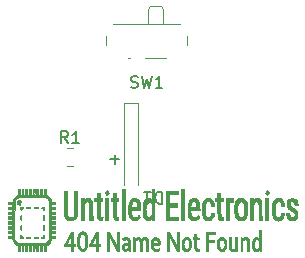
<source format=gbr>
%TF.GenerationSoftware,KiCad,Pcbnew,(6.0.9)*%
%TF.CreationDate,2022-11-12T13:39:38-06:00*%
%TF.ProjectId,ZoeBirthdayRing,5a6f6542-6972-4746-9864-617952696e67,rev?*%
%TF.SameCoordinates,Original*%
%TF.FileFunction,Legend,Top*%
%TF.FilePolarity,Positive*%
%FSLAX46Y46*%
G04 Gerber Fmt 4.6, Leading zero omitted, Abs format (unit mm)*
G04 Created by KiCad (PCBNEW (6.0.9)) date 2022-11-12 13:39:38*
%MOMM*%
%LPD*%
G01*
G04 APERTURE LIST*
%ADD10C,0.150000*%
%ADD11C,0.120000*%
%ADD12C,0.010000*%
G04 APERTURE END LIST*
D10*
X154919047Y-92071428D02*
X155680952Y-92071428D01*
X155300000Y-92452380D02*
X155300000Y-91690476D01*
%TO.C,D1*%
X159308095Y-94827619D02*
X159308095Y-95827619D01*
X159070000Y-95827619D01*
X158927142Y-95780000D01*
X158831904Y-95684761D01*
X158784285Y-95589523D01*
X158736666Y-95399047D01*
X158736666Y-95256190D01*
X158784285Y-95065714D01*
X158831904Y-94970476D01*
X158927142Y-94875238D01*
X159070000Y-94827619D01*
X159308095Y-94827619D01*
X157784285Y-94827619D02*
X158355714Y-94827619D01*
X158070000Y-94827619D02*
X158070000Y-95827619D01*
X158165238Y-95684761D01*
X158260476Y-95589523D01*
X158355714Y-95541904D01*
%TO.C,SW1*%
X156666666Y-85979761D02*
X156809523Y-86027380D01*
X157047619Y-86027380D01*
X157142857Y-85979761D01*
X157190476Y-85932142D01*
X157238095Y-85836904D01*
X157238095Y-85741666D01*
X157190476Y-85646428D01*
X157142857Y-85598809D01*
X157047619Y-85551190D01*
X156857142Y-85503571D01*
X156761904Y-85455952D01*
X156714285Y-85408333D01*
X156666666Y-85313095D01*
X156666666Y-85217857D01*
X156714285Y-85122619D01*
X156761904Y-85075000D01*
X156857142Y-85027380D01*
X157095238Y-85027380D01*
X157238095Y-85075000D01*
X157571428Y-85027380D02*
X157809523Y-86027380D01*
X158000000Y-85313095D01*
X158190476Y-86027380D01*
X158428571Y-85027380D01*
X159333333Y-86027380D02*
X158761904Y-86027380D01*
X159047619Y-86027380D02*
X159047619Y-85027380D01*
X158952380Y-85170238D01*
X158857142Y-85265476D01*
X158761904Y-85313095D01*
%TO.C,R1*%
X151333333Y-90702380D02*
X151000000Y-90226190D01*
X150761904Y-90702380D02*
X150761904Y-89702380D01*
X151142857Y-89702380D01*
X151238095Y-89750000D01*
X151285714Y-89797619D01*
X151333333Y-89892857D01*
X151333333Y-90035714D01*
X151285714Y-90130952D01*
X151238095Y-90178571D01*
X151142857Y-90226190D01*
X150761904Y-90226190D01*
X152285714Y-90702380D02*
X151714285Y-90702380D01*
X152000000Y-90702380D02*
X152000000Y-89702380D01*
X151904761Y-89845238D01*
X151809523Y-89940476D01*
X151714285Y-89988095D01*
D11*
%TO.C,D1*%
X157270000Y-94280000D02*
X157270000Y-87280000D01*
X157270000Y-87280000D02*
X156070000Y-87280000D01*
X156070000Y-87280000D02*
X156070000Y-94280000D01*
%TO.C,Ref\u002A\u002A*%
G36*
X146259833Y-98756833D02*
G01*
X146259833Y-98545167D01*
X146640833Y-98545167D01*
X146640833Y-98354667D01*
X146259833Y-98354667D01*
X146259833Y-98143000D01*
X146640833Y-98143000D01*
X146640833Y-97952500D01*
X146259833Y-97952500D01*
X146259833Y-97740833D01*
X146640833Y-97740833D01*
X146640833Y-97529167D01*
X146259833Y-97529167D01*
X146259833Y-97317500D01*
X146640833Y-97317500D01*
X146640833Y-97127000D01*
X146259833Y-97127000D01*
X146259833Y-96915333D01*
X146640833Y-96915333D01*
X146640833Y-96724833D01*
X146259833Y-96724833D01*
X146259833Y-96513167D01*
X146640833Y-96513167D01*
X146640833Y-96301500D01*
X146259833Y-96301500D01*
X146259833Y-96089833D01*
X146640833Y-96089833D01*
X146640833Y-95899333D01*
X146259833Y-95899333D01*
X146259833Y-95687667D01*
X146635808Y-95687667D01*
X146660445Y-95589822D01*
X146704740Y-95463320D01*
X146769149Y-95344345D01*
X146847351Y-95240874D01*
X146933027Y-95160880D01*
X147019855Y-95112341D01*
X147044425Y-95105270D01*
X147106500Y-95091636D01*
X147106500Y-94608167D01*
X147275833Y-94608167D01*
X147275833Y-95073833D01*
X147424000Y-95073833D01*
X147424000Y-94608167D01*
X147572167Y-94608167D01*
X147572167Y-95073833D01*
X147720333Y-95073833D01*
X147720333Y-94608167D01*
X147889667Y-94608167D01*
X147889667Y-95073833D01*
X148037833Y-95073833D01*
X148037833Y-94608167D01*
X148207167Y-94608167D01*
X148207167Y-95073833D01*
X148355333Y-95073833D01*
X148355333Y-94605611D01*
X148434708Y-94612180D01*
X148514083Y-94618750D01*
X148507133Y-94846291D01*
X148500183Y-95073833D01*
X148651667Y-95073833D01*
X148651667Y-94608167D01*
X148821000Y-94608167D01*
X148821000Y-95073833D01*
X148969167Y-95073833D01*
X148969167Y-94608167D01*
X149138500Y-94608167D01*
X149138500Y-95073833D01*
X149286667Y-95073833D01*
X149286667Y-94608167D01*
X149456000Y-94608167D01*
X149456000Y-95086496D01*
X149524792Y-95111434D01*
X149624156Y-95167058D01*
X149718103Y-95255125D01*
X149799319Y-95365787D01*
X149860489Y-95489197D01*
X149893049Y-95607235D01*
X149905910Y-95687667D01*
X150281500Y-95687667D01*
X150281500Y-95899333D01*
X149921667Y-95899333D01*
X149921667Y-96089833D01*
X150281500Y-96089833D01*
X150281500Y-96301500D01*
X149921667Y-96301500D01*
X149921667Y-96513167D01*
X150281500Y-96513167D01*
X150281500Y-96724833D01*
X149921667Y-96724833D01*
X149921667Y-96915333D01*
X150281500Y-96915333D01*
X150281500Y-97127000D01*
X149921667Y-97127000D01*
X149921667Y-97317500D01*
X150281500Y-97317500D01*
X150281500Y-97529167D01*
X149921667Y-97529167D01*
X149921667Y-97740833D01*
X150281500Y-97740833D01*
X150281500Y-97952500D01*
X149921667Y-97952500D01*
X149921667Y-98143000D01*
X150281500Y-98143000D01*
X150281500Y-98354667D01*
X149921667Y-98354667D01*
X149921667Y-98545167D01*
X150281500Y-98545167D01*
X150281500Y-98756833D01*
X149905910Y-98756833D01*
X149891934Y-98844237D01*
X149853996Y-98976801D01*
X149787284Y-99104336D01*
X149699287Y-99216622D01*
X149597494Y-99303438D01*
X149527746Y-99341257D01*
X149456000Y-99371235D01*
X149456000Y-99857500D01*
X149286667Y-99857500D01*
X149286667Y-99370667D01*
X149138500Y-99370667D01*
X149138500Y-99857500D01*
X148969167Y-99857500D01*
X148969167Y-99370667D01*
X148821000Y-99370667D01*
X148821000Y-99857500D01*
X148651667Y-99857500D01*
X148651667Y-99370667D01*
X148591044Y-99370667D01*
X148553580Y-99374389D01*
X148533229Y-99393001D01*
X148521567Y-99437667D01*
X148516960Y-99468871D01*
X148509771Y-99543926D01*
X148504887Y-99638159D01*
X148503500Y-99712287D01*
X148503500Y-99857500D01*
X148355333Y-99857500D01*
X148355333Y-99370667D01*
X148207167Y-99370667D01*
X148207167Y-99857500D01*
X148037833Y-99857500D01*
X148037833Y-99370667D01*
X147889667Y-99370667D01*
X147889667Y-99857500D01*
X147720333Y-99857500D01*
X147720333Y-99370667D01*
X147572167Y-99370667D01*
X147572167Y-99857500D01*
X147424000Y-99857500D01*
X147424000Y-99370667D01*
X147275833Y-99370667D01*
X147275833Y-99857500D01*
X147106500Y-99857500D01*
X147106450Y-99619375D01*
X147106399Y-99381250D01*
X146987328Y-99319030D01*
X146867853Y-99236184D01*
X146773683Y-99124229D01*
X146702012Y-98979450D01*
X146678645Y-98910292D01*
X146641930Y-98788583D01*
X146810580Y-98788583D01*
X146860613Y-98894417D01*
X146933718Y-99011458D01*
X147027284Y-99103431D01*
X147074750Y-99134356D01*
X147102649Y-99140137D01*
X147164639Y-99145076D01*
X147261927Y-99149196D01*
X147395719Y-99152523D01*
X147567221Y-99155080D01*
X147777642Y-99156891D01*
X148028187Y-99157982D01*
X148266218Y-99158356D01*
X148516188Y-99158451D01*
X148727394Y-99158352D01*
X148903406Y-99157933D01*
X149047792Y-99157074D01*
X149164123Y-99155648D01*
X149255967Y-99153534D01*
X149326894Y-99150608D01*
X149380474Y-99146746D01*
X149420275Y-99141826D01*
X149449868Y-99135723D01*
X149472821Y-99128313D01*
X149492704Y-99119475D01*
X149500269Y-99115679D01*
X149584314Y-99051840D01*
X149656924Y-98956654D01*
X149710940Y-98840892D01*
X149730897Y-98768715D01*
X149736011Y-98722502D01*
X149740272Y-98636981D01*
X149743684Y-98511742D01*
X149746251Y-98346372D01*
X149747977Y-98140459D01*
X149748868Y-97893592D01*
X149748927Y-97605359D01*
X149748158Y-97275347D01*
X149747724Y-97157399D01*
X149746513Y-96867582D01*
X149745295Y-96617042D01*
X149743985Y-96402723D01*
X149742498Y-96221569D01*
X149740749Y-96070524D01*
X149738653Y-95946533D01*
X149736126Y-95846539D01*
X149733082Y-95767486D01*
X149729436Y-95706318D01*
X149725104Y-95659979D01*
X149720002Y-95625414D01*
X149714043Y-95599565D01*
X149707143Y-95579378D01*
X149703675Y-95571250D01*
X149650320Y-95481575D01*
X149578623Y-95399677D01*
X149499965Y-95336791D01*
X149435573Y-95306523D01*
X149397767Y-95301969D01*
X149320751Y-95297879D01*
X149207647Y-95294307D01*
X149061576Y-95291307D01*
X148885661Y-95288933D01*
X148683023Y-95287240D01*
X148456784Y-95286283D01*
X148260083Y-95286083D01*
X148003128Y-95286188D01*
X147784975Y-95286605D01*
X147602092Y-95287745D01*
X147450947Y-95290022D01*
X147328010Y-95293849D01*
X147229747Y-95299637D01*
X147152629Y-95307801D01*
X147093123Y-95318752D01*
X147047697Y-95332904D01*
X147012821Y-95350669D01*
X146984962Y-95372461D01*
X146960589Y-95398691D01*
X146936171Y-95429773D01*
X146926938Y-95441903D01*
X146905801Y-95469577D01*
X146887428Y-95495392D01*
X146871623Y-95522369D01*
X146858193Y-95553525D01*
X146846941Y-95591880D01*
X146837674Y-95640452D01*
X146830195Y-95702261D01*
X146824311Y-95780325D01*
X146819826Y-95877663D01*
X146816546Y-95997295D01*
X146814275Y-96142238D01*
X146812819Y-96315512D01*
X146811982Y-96520136D01*
X146811570Y-96759129D01*
X146811388Y-97035510D01*
X146811302Y-97232833D01*
X146810580Y-98788583D01*
X146641930Y-98788583D01*
X146632352Y-98756833D01*
X146259833Y-98756833D01*
G37*
D12*
X146259833Y-98756833D02*
X146259833Y-98545167D01*
X146640833Y-98545167D01*
X146640833Y-98354667D01*
X146259833Y-98354667D01*
X146259833Y-98143000D01*
X146640833Y-98143000D01*
X146640833Y-97952500D01*
X146259833Y-97952500D01*
X146259833Y-97740833D01*
X146640833Y-97740833D01*
X146640833Y-97529167D01*
X146259833Y-97529167D01*
X146259833Y-97317500D01*
X146640833Y-97317500D01*
X146640833Y-97127000D01*
X146259833Y-97127000D01*
X146259833Y-96915333D01*
X146640833Y-96915333D01*
X146640833Y-96724833D01*
X146259833Y-96724833D01*
X146259833Y-96513167D01*
X146640833Y-96513167D01*
X146640833Y-96301500D01*
X146259833Y-96301500D01*
X146259833Y-96089833D01*
X146640833Y-96089833D01*
X146640833Y-95899333D01*
X146259833Y-95899333D01*
X146259833Y-95687667D01*
X146635808Y-95687667D01*
X146660445Y-95589822D01*
X146704740Y-95463320D01*
X146769149Y-95344345D01*
X146847351Y-95240874D01*
X146933027Y-95160880D01*
X147019855Y-95112341D01*
X147044425Y-95105270D01*
X147106500Y-95091636D01*
X147106500Y-94608167D01*
X147275833Y-94608167D01*
X147275833Y-95073833D01*
X147424000Y-95073833D01*
X147424000Y-94608167D01*
X147572167Y-94608167D01*
X147572167Y-95073833D01*
X147720333Y-95073833D01*
X147720333Y-94608167D01*
X147889667Y-94608167D01*
X147889667Y-95073833D01*
X148037833Y-95073833D01*
X148037833Y-94608167D01*
X148207167Y-94608167D01*
X148207167Y-95073833D01*
X148355333Y-95073833D01*
X148355333Y-94605611D01*
X148434708Y-94612180D01*
X148514083Y-94618750D01*
X148507133Y-94846291D01*
X148500183Y-95073833D01*
X148651667Y-95073833D01*
X148651667Y-94608167D01*
X148821000Y-94608167D01*
X148821000Y-95073833D01*
X148969167Y-95073833D01*
X148969167Y-94608167D01*
X149138500Y-94608167D01*
X149138500Y-95073833D01*
X149286667Y-95073833D01*
X149286667Y-94608167D01*
X149456000Y-94608167D01*
X149456000Y-95086496D01*
X149524792Y-95111434D01*
X149624156Y-95167058D01*
X149718103Y-95255125D01*
X149799319Y-95365787D01*
X149860489Y-95489197D01*
X149893049Y-95607235D01*
X149905910Y-95687667D01*
X150281500Y-95687667D01*
X150281500Y-95899333D01*
X149921667Y-95899333D01*
X149921667Y-96089833D01*
X150281500Y-96089833D01*
X150281500Y-96301500D01*
X149921667Y-96301500D01*
X149921667Y-96513167D01*
X150281500Y-96513167D01*
X150281500Y-96724833D01*
X149921667Y-96724833D01*
X149921667Y-96915333D01*
X150281500Y-96915333D01*
X150281500Y-97127000D01*
X149921667Y-97127000D01*
X149921667Y-97317500D01*
X150281500Y-97317500D01*
X150281500Y-97529167D01*
X149921667Y-97529167D01*
X149921667Y-97740833D01*
X150281500Y-97740833D01*
X150281500Y-97952500D01*
X149921667Y-97952500D01*
X149921667Y-98143000D01*
X150281500Y-98143000D01*
X150281500Y-98354667D01*
X149921667Y-98354667D01*
X149921667Y-98545167D01*
X150281500Y-98545167D01*
X150281500Y-98756833D01*
X149905910Y-98756833D01*
X149891934Y-98844237D01*
X149853996Y-98976801D01*
X149787284Y-99104336D01*
X149699287Y-99216622D01*
X149597494Y-99303438D01*
X149527746Y-99341257D01*
X149456000Y-99371235D01*
X149456000Y-99857500D01*
X149286667Y-99857500D01*
X149286667Y-99370667D01*
X149138500Y-99370667D01*
X149138500Y-99857500D01*
X148969167Y-99857500D01*
X148969167Y-99370667D01*
X148821000Y-99370667D01*
X148821000Y-99857500D01*
X148651667Y-99857500D01*
X148651667Y-99370667D01*
X148591044Y-99370667D01*
X148553580Y-99374389D01*
X148533229Y-99393001D01*
X148521567Y-99437667D01*
X148516960Y-99468871D01*
X148509771Y-99543926D01*
X148504887Y-99638159D01*
X148503500Y-99712287D01*
X148503500Y-99857500D01*
X148355333Y-99857500D01*
X148355333Y-99370667D01*
X148207167Y-99370667D01*
X148207167Y-99857500D01*
X148037833Y-99857500D01*
X148037833Y-99370667D01*
X147889667Y-99370667D01*
X147889667Y-99857500D01*
X147720333Y-99857500D01*
X147720333Y-99370667D01*
X147572167Y-99370667D01*
X147572167Y-99857500D01*
X147424000Y-99857500D01*
X147424000Y-99370667D01*
X147275833Y-99370667D01*
X147275833Y-99857500D01*
X147106500Y-99857500D01*
X147106450Y-99619375D01*
X147106399Y-99381250D01*
X146987328Y-99319030D01*
X146867853Y-99236184D01*
X146773683Y-99124229D01*
X146702012Y-98979450D01*
X146678645Y-98910292D01*
X146641930Y-98788583D01*
X146810580Y-98788583D01*
X146860613Y-98894417D01*
X146933718Y-99011458D01*
X147027284Y-99103431D01*
X147074750Y-99134356D01*
X147102649Y-99140137D01*
X147164639Y-99145076D01*
X147261927Y-99149196D01*
X147395719Y-99152523D01*
X147567221Y-99155080D01*
X147777642Y-99156891D01*
X148028187Y-99157982D01*
X148266218Y-99158356D01*
X148516188Y-99158451D01*
X148727394Y-99158352D01*
X148903406Y-99157933D01*
X149047792Y-99157074D01*
X149164123Y-99155648D01*
X149255967Y-99153534D01*
X149326894Y-99150608D01*
X149380474Y-99146746D01*
X149420275Y-99141826D01*
X149449868Y-99135723D01*
X149472821Y-99128313D01*
X149492704Y-99119475D01*
X149500269Y-99115679D01*
X149584314Y-99051840D01*
X149656924Y-98956654D01*
X149710940Y-98840892D01*
X149730897Y-98768715D01*
X149736011Y-98722502D01*
X149740272Y-98636981D01*
X149743684Y-98511742D01*
X149746251Y-98346372D01*
X149747977Y-98140459D01*
X149748868Y-97893592D01*
X149748927Y-97605359D01*
X149748158Y-97275347D01*
X149747724Y-97157399D01*
X149746513Y-96867582D01*
X149745295Y-96617042D01*
X149743985Y-96402723D01*
X149742498Y-96221569D01*
X149740749Y-96070524D01*
X149738653Y-95946533D01*
X149736126Y-95846539D01*
X149733082Y-95767486D01*
X149729436Y-95706318D01*
X149725104Y-95659979D01*
X149720002Y-95625414D01*
X149714043Y-95599565D01*
X149707143Y-95579378D01*
X149703675Y-95571250D01*
X149650320Y-95481575D01*
X149578623Y-95399677D01*
X149499965Y-95336791D01*
X149435573Y-95306523D01*
X149397767Y-95301969D01*
X149320751Y-95297879D01*
X149207647Y-95294307D01*
X149061576Y-95291307D01*
X148885661Y-95288933D01*
X148683023Y-95287240D01*
X148456784Y-95286283D01*
X148260083Y-95286083D01*
X148003128Y-95286188D01*
X147784975Y-95286605D01*
X147602092Y-95287745D01*
X147450947Y-95290022D01*
X147328010Y-95293849D01*
X147229747Y-95299637D01*
X147152629Y-95307801D01*
X147093123Y-95318752D01*
X147047697Y-95332904D01*
X147012821Y-95350669D01*
X146984962Y-95372461D01*
X146960589Y-95398691D01*
X146936171Y-95429773D01*
X146926938Y-95441903D01*
X146905801Y-95469577D01*
X146887428Y-95495392D01*
X146871623Y-95522369D01*
X146858193Y-95553525D01*
X146846941Y-95591880D01*
X146837674Y-95640452D01*
X146830195Y-95702261D01*
X146824311Y-95780325D01*
X146819826Y-95877663D01*
X146816546Y-95997295D01*
X146814275Y-96142238D01*
X146812819Y-96315512D01*
X146811982Y-96520136D01*
X146811570Y-96759129D01*
X146811388Y-97035510D01*
X146811302Y-97232833D01*
X146810580Y-98788583D01*
X146641930Y-98788583D01*
X146632352Y-98756833D01*
X146259833Y-98756833D01*
G36*
X151147609Y-99077026D02*
G01*
X151221392Y-98935265D01*
X151305510Y-98778000D01*
X151609185Y-98217083D01*
X151686176Y-98210514D01*
X151763167Y-98203944D01*
X151763167Y-99286000D01*
X151974833Y-99286000D01*
X151974833Y-99455333D01*
X151763167Y-99455333D01*
X151763167Y-99857500D01*
X151615000Y-99857500D01*
X151615000Y-99455333D01*
X151001167Y-99455333D01*
X151001501Y-99397125D01*
X151011700Y-99362235D01*
X151040776Y-99294558D01*
X151051166Y-99272762D01*
X151212833Y-99272762D01*
X151232465Y-99278451D01*
X151285234Y-99282914D01*
X151361946Y-99285549D01*
X151413917Y-99286000D01*
X151615000Y-99286000D01*
X151615000Y-98905000D01*
X151614516Y-98783290D01*
X151613171Y-98677666D01*
X151611126Y-98594808D01*
X151608544Y-98541394D01*
X151605801Y-98524000D01*
X151593844Y-98541702D01*
X151566269Y-98590204D01*
X151526700Y-98662599D01*
X151478762Y-98751980D01*
X151426081Y-98851439D01*
X151372281Y-98954070D01*
X151320987Y-99052967D01*
X151275825Y-99141221D01*
X151240418Y-99211926D01*
X151218393Y-99258174D01*
X151212833Y-99272762D01*
X151051166Y-99272762D01*
X151086741Y-99198139D01*
X151147609Y-99077026D01*
G37*
X151147609Y-99077026D02*
X151221392Y-98935265D01*
X151305510Y-98778000D01*
X151609185Y-98217083D01*
X151686176Y-98210514D01*
X151763167Y-98203944D01*
X151763167Y-99286000D01*
X151974833Y-99286000D01*
X151974833Y-99455333D01*
X151763167Y-99455333D01*
X151763167Y-99857500D01*
X151615000Y-99857500D01*
X151615000Y-99455333D01*
X151001167Y-99455333D01*
X151001501Y-99397125D01*
X151011700Y-99362235D01*
X151040776Y-99294558D01*
X151051166Y-99272762D01*
X151212833Y-99272762D01*
X151232465Y-99278451D01*
X151285234Y-99282914D01*
X151361946Y-99285549D01*
X151413917Y-99286000D01*
X151615000Y-99286000D01*
X151615000Y-98905000D01*
X151614516Y-98783290D01*
X151613171Y-98677666D01*
X151611126Y-98594808D01*
X151608544Y-98541394D01*
X151605801Y-98524000D01*
X151593844Y-98541702D01*
X151566269Y-98590204D01*
X151526700Y-98662599D01*
X151478762Y-98751980D01*
X151426081Y-98851439D01*
X151372281Y-98954070D01*
X151320987Y-99052967D01*
X151275825Y-99141221D01*
X151240418Y-99211926D01*
X151218393Y-99258174D01*
X151212833Y-99272762D01*
X151051166Y-99272762D01*
X151086741Y-99198139D01*
X151147609Y-99077026D01*
G36*
X152128839Y-98732545D02*
G01*
X152150393Y-98615851D01*
X152183370Y-98511702D01*
X152210301Y-98449040D01*
X152281888Y-98333545D01*
X152369689Y-98250565D01*
X152468260Y-98201800D01*
X152572157Y-98188948D01*
X152675937Y-98213707D01*
X152770283Y-98274331D01*
X152855851Y-98373617D01*
X152919912Y-98503307D01*
X152963058Y-98665384D01*
X152985881Y-98861829D01*
X152990098Y-99010833D01*
X152979681Y-99228624D01*
X152948995Y-99416693D01*
X152898889Y-99573279D01*
X152830211Y-99696623D01*
X152743808Y-99784967D01*
X152640530Y-99836551D01*
X152586743Y-99847554D01*
X152487382Y-99845479D01*
X152405566Y-99817839D01*
X152318538Y-99758417D01*
X152245868Y-99666525D01*
X152184977Y-99538471D01*
X152160061Y-99465917D01*
X152139135Y-99389937D01*
X152125369Y-99313848D01*
X152117448Y-99225651D01*
X152114055Y-99113345D01*
X152113645Y-99042583D01*
X152114074Y-99021417D01*
X152282965Y-99021417D01*
X152287558Y-99189352D01*
X152302049Y-99323156D01*
X152328262Y-99430254D01*
X152368021Y-99518070D01*
X152423152Y-99594030D01*
X152423869Y-99594848D01*
X152492531Y-99651327D01*
X152563227Y-99665594D01*
X152637484Y-99637766D01*
X152669818Y-99613792D01*
X152723275Y-99553796D01*
X152763253Y-99472329D01*
X152791360Y-99363866D01*
X152809201Y-99222887D01*
X152816072Y-99110751D01*
X152816947Y-98902399D01*
X152799808Y-98729384D01*
X152764221Y-98588530D01*
X152735113Y-98520628D01*
X152674855Y-98433899D01*
X152606082Y-98386179D01*
X152533607Y-98376298D01*
X152462245Y-98403085D01*
X152396808Y-98465369D01*
X152342112Y-98561980D01*
X152320715Y-98621412D01*
X152302214Y-98697281D01*
X152290403Y-98786457D01*
X152284329Y-98899043D01*
X152282965Y-99021417D01*
X152114074Y-99021417D01*
X152117119Y-98871538D01*
X152128839Y-98732545D01*
G37*
X152128839Y-98732545D02*
X152150393Y-98615851D01*
X152183370Y-98511702D01*
X152210301Y-98449040D01*
X152281888Y-98333545D01*
X152369689Y-98250565D01*
X152468260Y-98201800D01*
X152572157Y-98188948D01*
X152675937Y-98213707D01*
X152770283Y-98274331D01*
X152855851Y-98373617D01*
X152919912Y-98503307D01*
X152963058Y-98665384D01*
X152985881Y-98861829D01*
X152990098Y-99010833D01*
X152979681Y-99228624D01*
X152948995Y-99416693D01*
X152898889Y-99573279D01*
X152830211Y-99696623D01*
X152743808Y-99784967D01*
X152640530Y-99836551D01*
X152586743Y-99847554D01*
X152487382Y-99845479D01*
X152405566Y-99817839D01*
X152318538Y-99758417D01*
X152245868Y-99666525D01*
X152184977Y-99538471D01*
X152160061Y-99465917D01*
X152139135Y-99389937D01*
X152125369Y-99313848D01*
X152117448Y-99225651D01*
X152114055Y-99113345D01*
X152113645Y-99042583D01*
X152114074Y-99021417D01*
X152282965Y-99021417D01*
X152287558Y-99189352D01*
X152302049Y-99323156D01*
X152328262Y-99430254D01*
X152368021Y-99518070D01*
X152423152Y-99594030D01*
X152423869Y-99594848D01*
X152492531Y-99651327D01*
X152563227Y-99665594D01*
X152637484Y-99637766D01*
X152669818Y-99613792D01*
X152723275Y-99553796D01*
X152763253Y-99472329D01*
X152791360Y-99363866D01*
X152809201Y-99222887D01*
X152816072Y-99110751D01*
X152816947Y-98902399D01*
X152799808Y-98729384D01*
X152764221Y-98588530D01*
X152735113Y-98520628D01*
X152674855Y-98433899D01*
X152606082Y-98386179D01*
X152533607Y-98376298D01*
X152462245Y-98403085D01*
X152396808Y-98465369D01*
X152342112Y-98561980D01*
X152320715Y-98621412D01*
X152302214Y-98697281D01*
X152290403Y-98786457D01*
X152284329Y-98899043D01*
X152282965Y-99021417D01*
X152114074Y-99021417D01*
X152117119Y-98871538D01*
X152128839Y-98732545D01*
G36*
X153206935Y-99188449D02*
G01*
X153263952Y-99072786D01*
X153331022Y-98941111D01*
X153405579Y-98798707D01*
X153424750Y-98762681D01*
X153721083Y-98207613D01*
X153800458Y-98207056D01*
X153879833Y-98206500D01*
X153879833Y-99286000D01*
X154091500Y-99286000D01*
X154091500Y-99455333D01*
X153879833Y-99455333D01*
X153879833Y-99857500D01*
X153710500Y-99857500D01*
X153710500Y-99455333D01*
X153115278Y-99455333D01*
X153121847Y-99386542D01*
X153133318Y-99350609D01*
X153161163Y-99286000D01*
X153308890Y-99286000D01*
X153710500Y-99286000D01*
X153710500Y-99024521D01*
X153711548Y-98907599D01*
X153714388Y-98791235D01*
X153718567Y-98690130D01*
X153722786Y-98627646D01*
X153735073Y-98492250D01*
X153631387Y-98682750D01*
X153573607Y-98789474D01*
X153507112Y-98913158D01*
X153442909Y-99033303D01*
X153418295Y-99079625D01*
X153308890Y-99286000D01*
X153161163Y-99286000D01*
X153162535Y-99282818D01*
X153206935Y-99188449D01*
G37*
X153206935Y-99188449D02*
X153263952Y-99072786D01*
X153331022Y-98941111D01*
X153405579Y-98798707D01*
X153424750Y-98762681D01*
X153721083Y-98207613D01*
X153800458Y-98207056D01*
X153879833Y-98206500D01*
X153879833Y-99286000D01*
X154091500Y-99286000D01*
X154091500Y-99455333D01*
X153879833Y-99455333D01*
X153879833Y-99857500D01*
X153710500Y-99857500D01*
X153710500Y-99455333D01*
X153115278Y-99455333D01*
X153121847Y-99386542D01*
X153133318Y-99350609D01*
X153161163Y-99286000D01*
X153308890Y-99286000D01*
X153710500Y-99286000D01*
X153710500Y-99024521D01*
X153711548Y-98907599D01*
X153714388Y-98791235D01*
X153718567Y-98690130D01*
X153722786Y-98627646D01*
X153735073Y-98492250D01*
X153631387Y-98682750D01*
X153573607Y-98789474D01*
X153507112Y-98913158D01*
X153442909Y-99033303D01*
X153418295Y-99079625D01*
X153308890Y-99286000D01*
X153161163Y-99286000D01*
X153162535Y-99282818D01*
X153206935Y-99188449D01*
G36*
X155920513Y-99378581D02*
G01*
X155944822Y-99335249D01*
X156019048Y-99265573D01*
X156125273Y-99211067D01*
X156254639Y-99175811D01*
X156307051Y-99168413D01*
X156445544Y-99153581D01*
X156432291Y-99070700D01*
X156407048Y-98976265D01*
X156364400Y-98914429D01*
X156319436Y-98885339D01*
X156222224Y-98863970D01*
X156109093Y-98879977D01*
X156059046Y-98897268D01*
X155995463Y-98917272D01*
X155957413Y-98910259D01*
X155934451Y-98871518D01*
X155924888Y-98836772D01*
X155920805Y-98799496D01*
X155935921Y-98772454D01*
X155978623Y-98744172D01*
X156001530Y-98731913D01*
X156082137Y-98700091D01*
X156176450Y-98685621D01*
X156232997Y-98683725D01*
X156343865Y-98691673D01*
X156425867Y-98721354D01*
X156489477Y-98778856D01*
X156541542Y-98863099D01*
X156557569Y-98896775D01*
X156569540Y-98930756D01*
X156578042Y-98971635D01*
X156583664Y-99026002D01*
X156586995Y-99100452D01*
X156588624Y-99201575D01*
X156589140Y-99335965D01*
X156589167Y-99396318D01*
X156589167Y-99836333D01*
X156534268Y-99836333D01*
X156485127Y-99822177D01*
X156468300Y-99794000D01*
X156457805Y-99762415D01*
X156441947Y-99755608D01*
X156409742Y-99773868D01*
X156378846Y-99796352D01*
X156290282Y-99838359D01*
X156187966Y-99851381D01*
X156089606Y-99834008D01*
X156061504Y-99821613D01*
X155979401Y-99764992D01*
X155928953Y-99693895D01*
X155905176Y-99599227D01*
X155901641Y-99530012D01*
X155903659Y-99485241D01*
X156063870Y-99485241D01*
X156074103Y-99566407D01*
X156114263Y-99626229D01*
X156175916Y-99661277D01*
X156250633Y-99668120D01*
X156329982Y-99643326D01*
X156375876Y-99612202D01*
X156412670Y-99577161D01*
X156432214Y-99541488D01*
X156439857Y-99490199D01*
X156441000Y-99429846D01*
X156441000Y-99302289D01*
X156319292Y-99317046D01*
X156204360Y-99338741D01*
X156126297Y-99373035D01*
X156080777Y-99422776D01*
X156063870Y-99485241D01*
X155903659Y-99485241D01*
X155905668Y-99440707D01*
X155920513Y-99378581D01*
G37*
X155920513Y-99378581D02*
X155944822Y-99335249D01*
X156019048Y-99265573D01*
X156125273Y-99211067D01*
X156254639Y-99175811D01*
X156307051Y-99168413D01*
X156445544Y-99153581D01*
X156432291Y-99070700D01*
X156407048Y-98976265D01*
X156364400Y-98914429D01*
X156319436Y-98885339D01*
X156222224Y-98863970D01*
X156109093Y-98879977D01*
X156059046Y-98897268D01*
X155995463Y-98917272D01*
X155957413Y-98910259D01*
X155934451Y-98871518D01*
X155924888Y-98836772D01*
X155920805Y-98799496D01*
X155935921Y-98772454D01*
X155978623Y-98744172D01*
X156001530Y-98731913D01*
X156082137Y-98700091D01*
X156176450Y-98685621D01*
X156232997Y-98683725D01*
X156343865Y-98691673D01*
X156425867Y-98721354D01*
X156489477Y-98778856D01*
X156541542Y-98863099D01*
X156557569Y-98896775D01*
X156569540Y-98930756D01*
X156578042Y-98971635D01*
X156583664Y-99026002D01*
X156586995Y-99100452D01*
X156588624Y-99201575D01*
X156589140Y-99335965D01*
X156589167Y-99396318D01*
X156589167Y-99836333D01*
X156534268Y-99836333D01*
X156485127Y-99822177D01*
X156468300Y-99794000D01*
X156457805Y-99762415D01*
X156441947Y-99755608D01*
X156409742Y-99773868D01*
X156378846Y-99796352D01*
X156290282Y-99838359D01*
X156187966Y-99851381D01*
X156089606Y-99834008D01*
X156061504Y-99821613D01*
X155979401Y-99764992D01*
X155928953Y-99693895D01*
X155905176Y-99599227D01*
X155901641Y-99530012D01*
X155903659Y-99485241D01*
X156063870Y-99485241D01*
X156074103Y-99566407D01*
X156114263Y-99626229D01*
X156175916Y-99661277D01*
X156250633Y-99668120D01*
X156329982Y-99643326D01*
X156375876Y-99612202D01*
X156412670Y-99577161D01*
X156432214Y-99541488D01*
X156439857Y-99490199D01*
X156441000Y-99429846D01*
X156441000Y-99302289D01*
X156319292Y-99317046D01*
X156204360Y-99338741D01*
X156126297Y-99373035D01*
X156080777Y-99422776D01*
X156063870Y-99485241D01*
X155903659Y-99485241D01*
X155905668Y-99440707D01*
X155920513Y-99378581D01*
G36*
X158396417Y-98959453D02*
G01*
X158455115Y-98842352D01*
X158532299Y-98753453D01*
X158625087Y-98696466D01*
X158730597Y-98675103D01*
X158798418Y-98680853D01*
X158886941Y-98715513D01*
X158970071Y-98779124D01*
X159032219Y-98859552D01*
X159035227Y-98865201D01*
X159069216Y-98956938D01*
X159091826Y-99068900D01*
X159099608Y-99179727D01*
X159095493Y-99238375D01*
X159082026Y-99328333D01*
X158510622Y-99328333D01*
X158525338Y-99407708D01*
X158562100Y-99517746D01*
X158624295Y-99604712D01*
X158693491Y-99654163D01*
X158767885Y-99681549D01*
X158836051Y-99684381D01*
X158916146Y-99662630D01*
X158939116Y-99653767D01*
X158993251Y-99634850D01*
X159028706Y-99627574D01*
X159034574Y-99628852D01*
X159044965Y-99654275D01*
X159056884Y-99702469D01*
X159057162Y-99703852D01*
X159061259Y-99750494D01*
X159042971Y-99779953D01*
X159002084Y-99804626D01*
X158904339Y-99837376D01*
X158789573Y-99849628D01*
X158678475Y-99840122D01*
X158631750Y-99827178D01*
X158526536Y-99766849D01*
X158444196Y-99672609D01*
X158385992Y-99546948D01*
X158353186Y-99392356D01*
X158346000Y-99263422D01*
X158357692Y-99118312D01*
X158512614Y-99118312D01*
X158530268Y-99142386D01*
X158575500Y-99154428D01*
X158653842Y-99158576D01*
X158727000Y-99159000D01*
X158938667Y-99159000D01*
X158938667Y-99105403D01*
X158927183Y-99032974D01*
X158897952Y-98960094D01*
X158858808Y-98903538D01*
X158836017Y-98885537D01*
X158749846Y-98860286D01*
X158667375Y-98873960D01*
X158595949Y-98923307D01*
X158542914Y-99005075D01*
X158537910Y-99017503D01*
X158517005Y-99078064D01*
X158512614Y-99118312D01*
X158357692Y-99118312D01*
X158359084Y-99101047D01*
X158396417Y-98959453D01*
G37*
X158396417Y-98959453D02*
X158455115Y-98842352D01*
X158532299Y-98753453D01*
X158625087Y-98696466D01*
X158730597Y-98675103D01*
X158798418Y-98680853D01*
X158886941Y-98715513D01*
X158970071Y-98779124D01*
X159032219Y-98859552D01*
X159035227Y-98865201D01*
X159069216Y-98956938D01*
X159091826Y-99068900D01*
X159099608Y-99179727D01*
X159095493Y-99238375D01*
X159082026Y-99328333D01*
X158510622Y-99328333D01*
X158525338Y-99407708D01*
X158562100Y-99517746D01*
X158624295Y-99604712D01*
X158693491Y-99654163D01*
X158767885Y-99681549D01*
X158836051Y-99684381D01*
X158916146Y-99662630D01*
X158939116Y-99653767D01*
X158993251Y-99634850D01*
X159028706Y-99627574D01*
X159034574Y-99628852D01*
X159044965Y-99654275D01*
X159056884Y-99702469D01*
X159057162Y-99703852D01*
X159061259Y-99750494D01*
X159042971Y-99779953D01*
X159002084Y-99804626D01*
X158904339Y-99837376D01*
X158789573Y-99849628D01*
X158678475Y-99840122D01*
X158631750Y-99827178D01*
X158526536Y-99766849D01*
X158444196Y-99672609D01*
X158385992Y-99546948D01*
X158353186Y-99392356D01*
X158346000Y-99263422D01*
X158357692Y-99118312D01*
X158512614Y-99118312D01*
X158530268Y-99142386D01*
X158575500Y-99154428D01*
X158653842Y-99158576D01*
X158727000Y-99159000D01*
X158938667Y-99159000D01*
X158938667Y-99105403D01*
X158927183Y-99032974D01*
X158897952Y-98960094D01*
X158858808Y-98903538D01*
X158836017Y-98885537D01*
X158749846Y-98860286D01*
X158667375Y-98873960D01*
X158595949Y-98923307D01*
X158542914Y-99005075D01*
X158537910Y-99017503D01*
X158517005Y-99078064D01*
X158512614Y-99118312D01*
X158357692Y-99118312D01*
X158359084Y-99101047D01*
X158396417Y-98959453D01*
G36*
X160971068Y-99086249D02*
G01*
X160985279Y-99021590D01*
X161008610Y-98959058D01*
X161011349Y-98952802D01*
X161082146Y-98832996D01*
X161170213Y-98746306D01*
X161269662Y-98693281D01*
X161374607Y-98674467D01*
X161479162Y-98690413D01*
X161577437Y-98741665D01*
X161663548Y-98828772D01*
X161701658Y-98888593D01*
X161749305Y-99013258D01*
X161773118Y-99160075D01*
X161773678Y-99316611D01*
X161751565Y-99470436D01*
X161707359Y-99609115D01*
X161664264Y-99689496D01*
X161585798Y-99771522D01*
X161482914Y-99826979D01*
X161367229Y-99851514D01*
X161256417Y-99842305D01*
X161177867Y-99804628D01*
X161100968Y-99734974D01*
X161035441Y-99642923D01*
X161016331Y-99605764D01*
X160989965Y-99543327D01*
X160973596Y-99485447D01*
X160964997Y-99418643D01*
X160961942Y-99329437D01*
X160961790Y-99275417D01*
X160962618Y-99233083D01*
X161119416Y-99233083D01*
X161129016Y-99375284D01*
X161160228Y-99487058D01*
X161215360Y-99575656D01*
X161235315Y-99597215D01*
X161312116Y-99651039D01*
X161392783Y-99667360D01*
X161469453Y-99645192D01*
X161492256Y-99629488D01*
X161554476Y-99557644D01*
X161595518Y-99465164D01*
X161616579Y-99359479D01*
X161618859Y-99248019D01*
X161603556Y-99138212D01*
X161571867Y-99037490D01*
X161524992Y-98953281D01*
X161464127Y-98893016D01*
X161390473Y-98864124D01*
X161368588Y-98862667D01*
X161280634Y-98882026D01*
X161209015Y-98937294D01*
X161156566Y-99024259D01*
X161126119Y-99138707D01*
X161119416Y-99233083D01*
X160962618Y-99233083D01*
X160963923Y-99166402D01*
X160971068Y-99086249D01*
G37*
X160971068Y-99086249D02*
X160985279Y-99021590D01*
X161008610Y-98959058D01*
X161011349Y-98952802D01*
X161082146Y-98832996D01*
X161170213Y-98746306D01*
X161269662Y-98693281D01*
X161374607Y-98674467D01*
X161479162Y-98690413D01*
X161577437Y-98741665D01*
X161663548Y-98828772D01*
X161701658Y-98888593D01*
X161749305Y-99013258D01*
X161773118Y-99160075D01*
X161773678Y-99316611D01*
X161751565Y-99470436D01*
X161707359Y-99609115D01*
X161664264Y-99689496D01*
X161585798Y-99771522D01*
X161482914Y-99826979D01*
X161367229Y-99851514D01*
X161256417Y-99842305D01*
X161177867Y-99804628D01*
X161100968Y-99734974D01*
X161035441Y-99642923D01*
X161016331Y-99605764D01*
X160989965Y-99543327D01*
X160973596Y-99485447D01*
X160964997Y-99418643D01*
X160961942Y-99329437D01*
X160961790Y-99275417D01*
X160962618Y-99233083D01*
X161119416Y-99233083D01*
X161129016Y-99375284D01*
X161160228Y-99487058D01*
X161215360Y-99575656D01*
X161235315Y-99597215D01*
X161312116Y-99651039D01*
X161392783Y-99667360D01*
X161469453Y-99645192D01*
X161492256Y-99629488D01*
X161554476Y-99557644D01*
X161595518Y-99465164D01*
X161616579Y-99359479D01*
X161618859Y-99248019D01*
X161603556Y-99138212D01*
X161571867Y-99037490D01*
X161524992Y-98953281D01*
X161464127Y-98893016D01*
X161390473Y-98864124D01*
X161368588Y-98862667D01*
X161280634Y-98882026D01*
X161209015Y-98937294D01*
X161156566Y-99024259D01*
X161126119Y-99138707D01*
X161119416Y-99233083D01*
X160962618Y-99233083D01*
X160963923Y-99166402D01*
X160971068Y-99086249D01*
G36*
X163993889Y-98967800D02*
G01*
X164054760Y-98851177D01*
X164134885Y-98760428D01*
X164231644Y-98701084D01*
X164301433Y-98682091D01*
X164425413Y-98681692D01*
X164533119Y-98720261D01*
X164624854Y-98797960D01*
X164687055Y-98888593D01*
X164713429Y-98938635D01*
X164731009Y-98982536D01*
X164741568Y-99030794D01*
X164746885Y-99093905D01*
X164748733Y-99182365D01*
X164748917Y-99254250D01*
X164748185Y-99364894D01*
X164744905Y-99443694D01*
X164737448Y-99501131D01*
X164724185Y-99547683D01*
X164703488Y-99593831D01*
X164692996Y-99614083D01*
X164640012Y-99702968D01*
X164586324Y-99763059D01*
X164519786Y-99806320D01*
X164478947Y-99824943D01*
X164359091Y-99853480D01*
X164240917Y-99842305D01*
X164170754Y-99809396D01*
X164098111Y-99750260D01*
X164037303Y-99677530D01*
X164018974Y-99646435D01*
X163993629Y-99582000D01*
X163969179Y-99495649D01*
X163953019Y-99417566D01*
X163940397Y-99256529D01*
X163944273Y-99215943D01*
X164102073Y-99215943D01*
X164104515Y-99327278D01*
X164126476Y-99435022D01*
X164169163Y-99531823D01*
X164219815Y-99597215D01*
X164296616Y-99651039D01*
X164377283Y-99667360D01*
X164453953Y-99645192D01*
X164476756Y-99629488D01*
X164538989Y-99560319D01*
X164578245Y-99468643D01*
X164596745Y-99348021D01*
X164598906Y-99275417D01*
X164586914Y-99129849D01*
X164552153Y-99013226D01*
X164496247Y-98928145D01*
X164420824Y-98877200D01*
X164340412Y-98862667D01*
X164263361Y-98881698D01*
X164199794Y-98933893D01*
X164150919Y-99011899D01*
X164117943Y-99108366D01*
X164102073Y-99215943D01*
X163944273Y-99215943D01*
X163954894Y-99104762D01*
X163993889Y-98967800D01*
G37*
X163993889Y-98967800D02*
X164054760Y-98851177D01*
X164134885Y-98760428D01*
X164231644Y-98701084D01*
X164301433Y-98682091D01*
X164425413Y-98681692D01*
X164533119Y-98720261D01*
X164624854Y-98797960D01*
X164687055Y-98888593D01*
X164713429Y-98938635D01*
X164731009Y-98982536D01*
X164741568Y-99030794D01*
X164746885Y-99093905D01*
X164748733Y-99182365D01*
X164748917Y-99254250D01*
X164748185Y-99364894D01*
X164744905Y-99443694D01*
X164737448Y-99501131D01*
X164724185Y-99547683D01*
X164703488Y-99593831D01*
X164692996Y-99614083D01*
X164640012Y-99702968D01*
X164586324Y-99763059D01*
X164519786Y-99806320D01*
X164478947Y-99824943D01*
X164359091Y-99853480D01*
X164240917Y-99842305D01*
X164170754Y-99809396D01*
X164098111Y-99750260D01*
X164037303Y-99677530D01*
X164018974Y-99646435D01*
X163993629Y-99582000D01*
X163969179Y-99495649D01*
X163953019Y-99417566D01*
X163940397Y-99256529D01*
X163944273Y-99215943D01*
X164102073Y-99215943D01*
X164104515Y-99327278D01*
X164126476Y-99435022D01*
X164169163Y-99531823D01*
X164219815Y-99597215D01*
X164296616Y-99651039D01*
X164377283Y-99667360D01*
X164453953Y-99645192D01*
X164476756Y-99629488D01*
X164538989Y-99560319D01*
X164578245Y-99468643D01*
X164596745Y-99348021D01*
X164598906Y-99275417D01*
X164586914Y-99129849D01*
X164552153Y-99013226D01*
X164496247Y-98928145D01*
X164420824Y-98877200D01*
X164340412Y-98862667D01*
X164263361Y-98881698D01*
X164199794Y-98933893D01*
X164150919Y-99011899D01*
X164117943Y-99108366D01*
X164102073Y-99215943D01*
X163944273Y-99215943D01*
X163954894Y-99104762D01*
X163993889Y-98967800D01*
G36*
X165123167Y-99100792D02*
G01*
X165127838Y-99267434D01*
X165135013Y-99396725D01*
X165145892Y-99493625D01*
X165161674Y-99563094D01*
X165183559Y-99610095D01*
X165212748Y-99639588D01*
X165250440Y-99656534D01*
X165258080Y-99658600D01*
X165338064Y-99663551D01*
X165420686Y-99645610D01*
X165483069Y-99610551D01*
X165496013Y-99595451D01*
X165505700Y-99572979D01*
X165512592Y-99537391D01*
X165517155Y-99482943D01*
X165519851Y-99403891D01*
X165521144Y-99294491D01*
X165521498Y-99149001D01*
X165521500Y-99134553D01*
X165521500Y-98693333D01*
X165690833Y-98693333D01*
X165690833Y-99836333D01*
X165629802Y-99836333D01*
X165577962Y-99824831D01*
X165558133Y-99795656D01*
X165549682Y-99773364D01*
X165533340Y-99767939D01*
X165498777Y-99780360D01*
X165446244Y-99806240D01*
X165337950Y-99847654D01*
X165244098Y-99852635D01*
X165157714Y-99821262D01*
X165139483Y-99809803D01*
X165091673Y-99775140D01*
X165054567Y-99739593D01*
X165026713Y-99697377D01*
X165006660Y-99642701D01*
X164992956Y-99569780D01*
X164984151Y-99472824D01*
X164978793Y-99346047D01*
X164975432Y-99183659D01*
X164974978Y-99153708D01*
X164968207Y-98693333D01*
X165114843Y-98693333D01*
X165123167Y-99100792D01*
G37*
X165123167Y-99100792D02*
X165127838Y-99267434D01*
X165135013Y-99396725D01*
X165145892Y-99493625D01*
X165161674Y-99563094D01*
X165183559Y-99610095D01*
X165212748Y-99639588D01*
X165250440Y-99656534D01*
X165258080Y-99658600D01*
X165338064Y-99663551D01*
X165420686Y-99645610D01*
X165483069Y-99610551D01*
X165496013Y-99595451D01*
X165505700Y-99572979D01*
X165512592Y-99537391D01*
X165517155Y-99482943D01*
X165519851Y-99403891D01*
X165521144Y-99294491D01*
X165521498Y-99149001D01*
X165521500Y-99134553D01*
X165521500Y-98693333D01*
X165690833Y-98693333D01*
X165690833Y-99836333D01*
X165629802Y-99836333D01*
X165577962Y-99824831D01*
X165558133Y-99795656D01*
X165549682Y-99773364D01*
X165533340Y-99767939D01*
X165498777Y-99780360D01*
X165446244Y-99806240D01*
X165337950Y-99847654D01*
X165244098Y-99852635D01*
X165157714Y-99821262D01*
X165139483Y-99809803D01*
X165091673Y-99775140D01*
X165054567Y-99739593D01*
X165026713Y-99697377D01*
X165006660Y-99642701D01*
X164992956Y-99569780D01*
X164984151Y-99472824D01*
X164978793Y-99346047D01*
X164975432Y-99183659D01*
X164974978Y-99153708D01*
X164968207Y-98693333D01*
X165114843Y-98693333D01*
X165123167Y-99100792D01*
G36*
X166927933Y-99004036D02*
G01*
X166976274Y-98886347D01*
X167027315Y-98812412D01*
X167119807Y-98727118D01*
X167221113Y-98681985D01*
X167328253Y-98677749D01*
X167432608Y-98712218D01*
X167511167Y-98752270D01*
X167511167Y-98100667D01*
X167680500Y-98100667D01*
X167680500Y-99836333D01*
X167617403Y-99836333D01*
X167568492Y-99827949D01*
X167544643Y-99795659D01*
X167540714Y-99782175D01*
X167527121Y-99728017D01*
X167482102Y-99770182D01*
X167390583Y-99832436D01*
X167291876Y-99853495D01*
X167184164Y-99833564D01*
X167129475Y-99809875D01*
X167067917Y-99771753D01*
X167021257Y-99722077D01*
X166976730Y-99646916D01*
X166972420Y-99638483D01*
X166940203Y-99568253D01*
X166919901Y-99502445D01*
X166908074Y-99425638D01*
X166901284Y-99322407D01*
X166901122Y-99318750D01*
X166901620Y-99281054D01*
X167058135Y-99281054D01*
X167074492Y-99400883D01*
X167107850Y-99508534D01*
X167156194Y-99592791D01*
X167187601Y-99624439D01*
X167265706Y-99661399D01*
X167352176Y-99664151D01*
X167432101Y-99633216D01*
X167455159Y-99615094D01*
X167477337Y-99593216D01*
X167492719Y-99570617D01*
X167502547Y-99539584D01*
X167508066Y-99492406D01*
X167510518Y-99421372D01*
X167511147Y-99318769D01*
X167511167Y-99267725D01*
X167511167Y-98972263D01*
X167446042Y-98917465D01*
X167363291Y-98870657D01*
X167279133Y-98863014D01*
X167200150Y-98892128D01*
X167132926Y-98955591D01*
X167084473Y-99049733D01*
X167060791Y-99160265D01*
X167058135Y-99281054D01*
X166901620Y-99281054D01*
X166903406Y-99146071D01*
X166927933Y-99004036D01*
G37*
X166927933Y-99004036D02*
X166976274Y-98886347D01*
X167027315Y-98812412D01*
X167119807Y-98727118D01*
X167221113Y-98681985D01*
X167328253Y-98677749D01*
X167432608Y-98712218D01*
X167511167Y-98752270D01*
X167511167Y-98100667D01*
X167680500Y-98100667D01*
X167680500Y-99836333D01*
X167617403Y-99836333D01*
X167568492Y-99827949D01*
X167544643Y-99795659D01*
X167540714Y-99782175D01*
X167527121Y-99728017D01*
X167482102Y-99770182D01*
X167390583Y-99832436D01*
X167291876Y-99853495D01*
X167184164Y-99833564D01*
X167129475Y-99809875D01*
X167067917Y-99771753D01*
X167021257Y-99722077D01*
X166976730Y-99646916D01*
X166972420Y-99638483D01*
X166940203Y-99568253D01*
X166919901Y-99502445D01*
X166908074Y-99425638D01*
X166901284Y-99322407D01*
X166901122Y-99318750D01*
X166901620Y-99281054D01*
X167058135Y-99281054D01*
X167074492Y-99400883D01*
X167107850Y-99508534D01*
X167156194Y-99592791D01*
X167187601Y-99624439D01*
X167265706Y-99661399D01*
X167352176Y-99664151D01*
X167432101Y-99633216D01*
X167455159Y-99615094D01*
X167477337Y-99593216D01*
X167492719Y-99570617D01*
X167502547Y-99539584D01*
X167508066Y-99492406D01*
X167510518Y-99421372D01*
X167511147Y-99318769D01*
X167511167Y-99267725D01*
X167511167Y-98972263D01*
X167446042Y-98917465D01*
X167363291Y-98870657D01*
X167279133Y-98863014D01*
X167200150Y-98892128D01*
X167132926Y-98955591D01*
X167084473Y-99049733D01*
X167060791Y-99160265D01*
X167058135Y-99281054D01*
X166901620Y-99281054D01*
X166903406Y-99146071D01*
X166927933Y-99004036D01*
G36*
X155176764Y-98857375D02*
G01*
X155508780Y-99508250D01*
X155509223Y-98857375D01*
X155509667Y-98206500D01*
X155679000Y-98206500D01*
X155679000Y-99836333D01*
X155491764Y-99836333D01*
X155156757Y-99180964D01*
X154821750Y-98525594D01*
X154816157Y-99180964D01*
X154810563Y-99836333D01*
X154663000Y-99836333D01*
X154663000Y-98206500D01*
X154844749Y-98206500D01*
X155176764Y-98857375D01*
G37*
X155176764Y-98857375D02*
X155508780Y-99508250D01*
X155509223Y-98857375D01*
X155509667Y-98206500D01*
X155679000Y-98206500D01*
X155679000Y-99836333D01*
X155491764Y-99836333D01*
X155156757Y-99180964D01*
X154821750Y-98525594D01*
X154816157Y-99180964D01*
X154810563Y-99836333D01*
X154663000Y-99836333D01*
X154663000Y-98206500D01*
X154844749Y-98206500D01*
X155176764Y-98857375D01*
G36*
X157914662Y-98691381D02*
G01*
X157994337Y-98743611D01*
X158062416Y-98820737D01*
X158086708Y-98862031D01*
X158102739Y-98896094D01*
X158114712Y-98930411D01*
X158123214Y-98971589D01*
X158128836Y-99026236D01*
X158132166Y-99100961D01*
X158133794Y-99202371D01*
X158134307Y-99337075D01*
X158134333Y-99396318D01*
X158134333Y-99836333D01*
X157986167Y-99836333D01*
X157986048Y-99471208D01*
X157984443Y-99304487D01*
X157979180Y-99174398D01*
X157969412Y-99075336D01*
X157954290Y-99001693D01*
X157932965Y-98947862D01*
X157904588Y-98908237D01*
X157900125Y-98903625D01*
X157838661Y-98869404D01*
X157760772Y-98862695D01*
X157681720Y-98882938D01*
X157633155Y-98913450D01*
X157574116Y-98964233D01*
X157573766Y-99394991D01*
X157573417Y-99825750D01*
X157494042Y-99832319D01*
X157414667Y-99838889D01*
X157414667Y-99445348D01*
X157413358Y-99280127D01*
X157408788Y-99151902D01*
X157399990Y-99055398D01*
X157385995Y-98985339D01*
X157365837Y-98936450D01*
X157338548Y-98903457D01*
X157312017Y-98885537D01*
X157229335Y-98864008D01*
X157137829Y-98878107D01*
X157081292Y-98904768D01*
X157012500Y-98946711D01*
X157012500Y-99836333D01*
X156843167Y-99836333D01*
X156843167Y-98693333D01*
X156904198Y-98693333D01*
X156956038Y-98704836D01*
X156975866Y-98734010D01*
X156984318Y-98756302D01*
X157000659Y-98761727D01*
X157035223Y-98749306D01*
X157087756Y-98723427D01*
X157205343Y-98680575D01*
X157310502Y-98677925D01*
X157404556Y-98715641D01*
X157468691Y-98770612D01*
X157521093Y-98827155D01*
X157568710Y-98782421D01*
X157642301Y-98731025D01*
X157733148Y-98691530D01*
X157820176Y-98672689D01*
X157834190Y-98672167D01*
X157914662Y-98691381D01*
G37*
X157914662Y-98691381D02*
X157994337Y-98743611D01*
X158062416Y-98820737D01*
X158086708Y-98862031D01*
X158102739Y-98896094D01*
X158114712Y-98930411D01*
X158123214Y-98971589D01*
X158128836Y-99026236D01*
X158132166Y-99100961D01*
X158133794Y-99202371D01*
X158134307Y-99337075D01*
X158134333Y-99396318D01*
X158134333Y-99836333D01*
X157986167Y-99836333D01*
X157986048Y-99471208D01*
X157984443Y-99304487D01*
X157979180Y-99174398D01*
X157969412Y-99075336D01*
X157954290Y-99001693D01*
X157932965Y-98947862D01*
X157904588Y-98908237D01*
X157900125Y-98903625D01*
X157838661Y-98869404D01*
X157760772Y-98862695D01*
X157681720Y-98882938D01*
X157633155Y-98913450D01*
X157574116Y-98964233D01*
X157573766Y-99394991D01*
X157573417Y-99825750D01*
X157494042Y-99832319D01*
X157414667Y-99838889D01*
X157414667Y-99445348D01*
X157413358Y-99280127D01*
X157408788Y-99151902D01*
X157399990Y-99055398D01*
X157385995Y-98985339D01*
X157365837Y-98936450D01*
X157338548Y-98903457D01*
X157312017Y-98885537D01*
X157229335Y-98864008D01*
X157137829Y-98878107D01*
X157081292Y-98904768D01*
X157012500Y-98946711D01*
X157012500Y-99836333D01*
X156843167Y-99836333D01*
X156843167Y-98693333D01*
X156904198Y-98693333D01*
X156956038Y-98704836D01*
X156975866Y-98734010D01*
X156984318Y-98756302D01*
X157000659Y-98761727D01*
X157035223Y-98749306D01*
X157087756Y-98723427D01*
X157205343Y-98680575D01*
X157310502Y-98677925D01*
X157404556Y-98715641D01*
X157468691Y-98770612D01*
X157521093Y-98827155D01*
X157568710Y-98782421D01*
X157642301Y-98731025D01*
X157733148Y-98691530D01*
X157820176Y-98672689D01*
X157834190Y-98672167D01*
X157914662Y-98691381D01*
G36*
X160716667Y-99838767D02*
G01*
X160629531Y-99832259D01*
X160542396Y-99825750D01*
X160211489Y-99182252D01*
X159880583Y-98538754D01*
X159874986Y-99187543D01*
X159869388Y-99836333D01*
X159721833Y-99836333D01*
X159721833Y-98206500D01*
X159811792Y-98206952D01*
X159901750Y-98207405D01*
X160229833Y-98855373D01*
X160557917Y-99503341D01*
X160563514Y-98854920D01*
X160569112Y-98206500D01*
X160716667Y-98206500D01*
X160716667Y-99838767D01*
G37*
X160716667Y-99838767D02*
X160629531Y-99832259D01*
X160542396Y-99825750D01*
X160211489Y-99182252D01*
X159880583Y-98538754D01*
X159874986Y-99187543D01*
X159869388Y-99836333D01*
X159721833Y-99836333D01*
X159721833Y-98206500D01*
X159811792Y-98206952D01*
X159901750Y-98207405D01*
X160229833Y-98855373D01*
X160557917Y-99503341D01*
X160563514Y-98854920D01*
X160569112Y-98206500D01*
X160716667Y-98206500D01*
X160716667Y-99838767D01*
G36*
X162198333Y-98691121D02*
G01*
X162420583Y-98703917D01*
X162427153Y-98783292D01*
X162433722Y-98862667D01*
X162198333Y-98862667D01*
X162198333Y-99217790D01*
X162199378Y-99369377D01*
X162203615Y-99483525D01*
X162212697Y-99565103D01*
X162228277Y-99618977D01*
X162252007Y-99650014D01*
X162285541Y-99663083D01*
X162330532Y-99663049D01*
X162348814Y-99660907D01*
X162401890Y-99656305D01*
X162427609Y-99668106D01*
X162440399Y-99705927D01*
X162443973Y-99724325D01*
X162447802Y-99780564D01*
X162429100Y-99814587D01*
X162381435Y-99831400D01*
X162300499Y-99836009D01*
X162220704Y-99828131D01*
X162159011Y-99799057D01*
X162137076Y-99782056D01*
X162100948Y-99745957D01*
X162073679Y-99702485D01*
X162054096Y-99645508D01*
X162041028Y-99568896D01*
X162033303Y-99466518D01*
X162029750Y-99332244D01*
X162029118Y-99217208D01*
X162029000Y-98862667D01*
X161976083Y-98862667D01*
X161941990Y-98858045D01*
X161926837Y-98836248D01*
X161923185Y-98785373D01*
X161923167Y-98778000D01*
X161926055Y-98723451D01*
X161939678Y-98699205D01*
X161971475Y-98693363D01*
X161976083Y-98693333D01*
X162002999Y-98691355D01*
X162018776Y-98679475D01*
X162026387Y-98648776D01*
X162028805Y-98590342D01*
X162029000Y-98534583D01*
X162029000Y-98375833D01*
X162198333Y-98375833D01*
X162198333Y-98691121D01*
G37*
X162198333Y-98691121D02*
X162420583Y-98703917D01*
X162427153Y-98783292D01*
X162433722Y-98862667D01*
X162198333Y-98862667D01*
X162198333Y-99217790D01*
X162199378Y-99369377D01*
X162203615Y-99483525D01*
X162212697Y-99565103D01*
X162228277Y-99618977D01*
X162252007Y-99650014D01*
X162285541Y-99663083D01*
X162330532Y-99663049D01*
X162348814Y-99660907D01*
X162401890Y-99656305D01*
X162427609Y-99668106D01*
X162440399Y-99705927D01*
X162443973Y-99724325D01*
X162447802Y-99780564D01*
X162429100Y-99814587D01*
X162381435Y-99831400D01*
X162300499Y-99836009D01*
X162220704Y-99828131D01*
X162159011Y-99799057D01*
X162137076Y-99782056D01*
X162100948Y-99745957D01*
X162073679Y-99702485D01*
X162054096Y-99645508D01*
X162041028Y-99568896D01*
X162033303Y-99466518D01*
X162029750Y-99332244D01*
X162029118Y-99217208D01*
X162029000Y-98862667D01*
X161976083Y-98862667D01*
X161941990Y-98858045D01*
X161926837Y-98836248D01*
X161923185Y-98785373D01*
X161923167Y-98778000D01*
X161926055Y-98723451D01*
X161939678Y-98699205D01*
X161971475Y-98693363D01*
X161976083Y-98693333D01*
X162002999Y-98691355D01*
X162018776Y-98679475D01*
X162026387Y-98648776D01*
X162028805Y-98590342D01*
X162029000Y-98534583D01*
X162029000Y-98375833D01*
X162198333Y-98375833D01*
X162198333Y-98691121D01*
G36*
X163807000Y-98397000D02*
G01*
X163193167Y-98397000D01*
X163193167Y-98905000D01*
X163743500Y-98905000D01*
X163743500Y-99095500D01*
X163193167Y-99095500D01*
X163193167Y-99836333D01*
X163023833Y-99836333D01*
X163023833Y-98206500D01*
X163807000Y-98206500D01*
X163807000Y-98397000D01*
G37*
X163807000Y-98397000D02*
X163193167Y-98397000D01*
X163193167Y-98905000D01*
X163743500Y-98905000D01*
X163743500Y-99095500D01*
X163193167Y-99095500D01*
X163193167Y-99836333D01*
X163023833Y-99836333D01*
X163023833Y-98206500D01*
X163807000Y-98206500D01*
X163807000Y-98397000D01*
G36*
X166459468Y-98694033D02*
G01*
X166530600Y-98726322D01*
X166577053Y-98772394D01*
X166623276Y-98836839D01*
X166638042Y-98863099D01*
X166654069Y-98896775D01*
X166666040Y-98930756D01*
X166674542Y-98971635D01*
X166680164Y-99026002D01*
X166683495Y-99100452D01*
X166685124Y-99201575D01*
X166685640Y-99335965D01*
X166685667Y-99396318D01*
X166685667Y-99836333D01*
X166537500Y-99836333D01*
X166537382Y-99471208D01*
X166535776Y-99304487D01*
X166530514Y-99174398D01*
X166520746Y-99075336D01*
X166505623Y-99001693D01*
X166484298Y-98947862D01*
X166455921Y-98908237D01*
X166451459Y-98903625D01*
X166391754Y-98871195D01*
X166312540Y-98864281D01*
X166228043Y-98882824D01*
X166182958Y-98904768D01*
X166114167Y-98946711D01*
X166114167Y-99836333D01*
X165966000Y-99836333D01*
X165966000Y-98693333D01*
X166017490Y-98693333D01*
X166066013Y-98709736D01*
X166082641Y-98736373D01*
X166092971Y-98762254D01*
X166108930Y-98767222D01*
X166142392Y-98750716D01*
X166172816Y-98732123D01*
X166262512Y-98695255D01*
X166363239Y-98682475D01*
X166459468Y-98694033D01*
G37*
X166459468Y-98694033D02*
X166530600Y-98726322D01*
X166577053Y-98772394D01*
X166623276Y-98836839D01*
X166638042Y-98863099D01*
X166654069Y-98896775D01*
X166666040Y-98930756D01*
X166674542Y-98971635D01*
X166680164Y-99026002D01*
X166683495Y-99100452D01*
X166685124Y-99201575D01*
X166685640Y-99335965D01*
X166685667Y-99396318D01*
X166685667Y-99836333D01*
X166537500Y-99836333D01*
X166537382Y-99471208D01*
X166535776Y-99304487D01*
X166530514Y-99174398D01*
X166520746Y-99075336D01*
X166505623Y-99001693D01*
X166484298Y-98947862D01*
X166455921Y-98908237D01*
X166451459Y-98903625D01*
X166391754Y-98871195D01*
X166312540Y-98864281D01*
X166228043Y-98882824D01*
X166182958Y-98904768D01*
X166114167Y-98946711D01*
X166114167Y-99836333D01*
X165966000Y-99836333D01*
X165966000Y-98693333D01*
X166017490Y-98693333D01*
X166066013Y-98709736D01*
X166082641Y-98736373D01*
X166092971Y-98762254D01*
X166108930Y-98767222D01*
X166142392Y-98750716D01*
X166172816Y-98732123D01*
X166262512Y-98695255D01*
X166363239Y-98682475D01*
X166459468Y-98694033D01*
G36*
X151238129Y-95735292D02*
G01*
X151239768Y-95974698D01*
X151241540Y-96175588D01*
X151243869Y-96341777D01*
X151247179Y-96477079D01*
X151251894Y-96585310D01*
X151258439Y-96670286D01*
X151267237Y-96735822D01*
X151278712Y-96785733D01*
X151293290Y-96823835D01*
X151311393Y-96853943D01*
X151333445Y-96879872D01*
X151359872Y-96905438D01*
X151369145Y-96914003D01*
X151419457Y-96948391D01*
X151485395Y-96967050D01*
X151546498Y-96973379D01*
X151660186Y-96967442D01*
X151747398Y-96931028D01*
X151813954Y-96861032D01*
X151838944Y-96817290D01*
X151848457Y-96795993D01*
X151856410Y-96771221D01*
X151862970Y-96739099D01*
X151868308Y-96695751D01*
X151872592Y-96637300D01*
X151875991Y-96559873D01*
X151878674Y-96459592D01*
X151880810Y-96332582D01*
X151882568Y-96174966D01*
X151884118Y-95982871D01*
X151885627Y-95752418D01*
X151885668Y-95745875D01*
X151891752Y-94756333D01*
X152146065Y-94756333D01*
X152133583Y-96798917D01*
X152078758Y-96915333D01*
X152038107Y-96992366D01*
X151992903Y-97064529D01*
X151967139Y-97098892D01*
X151874864Y-97177374D01*
X151756247Y-97232037D01*
X151621896Y-97259728D01*
X151482415Y-97257295D01*
X151451322Y-97252257D01*
X151317335Y-97212324D01*
X151212247Y-97146976D01*
X151137914Y-97065530D01*
X151106295Y-97020963D01*
X151079652Y-96979038D01*
X151057528Y-96935786D01*
X151039462Y-96887238D01*
X151024997Y-96829423D01*
X151013671Y-96758372D01*
X151005027Y-96670115D01*
X150998605Y-96560683D01*
X150993945Y-96426106D01*
X150990590Y-96262414D01*
X150988079Y-96065639D01*
X150985953Y-95831810D01*
X150985258Y-95745875D01*
X150977354Y-94756333D01*
X151231674Y-94756333D01*
X151238129Y-95735292D01*
G37*
X151238129Y-95735292D02*
X151239768Y-95974698D01*
X151241540Y-96175588D01*
X151243869Y-96341777D01*
X151247179Y-96477079D01*
X151251894Y-96585310D01*
X151258439Y-96670286D01*
X151267237Y-96735822D01*
X151278712Y-96785733D01*
X151293290Y-96823835D01*
X151311393Y-96853943D01*
X151333445Y-96879872D01*
X151359872Y-96905438D01*
X151369145Y-96914003D01*
X151419457Y-96948391D01*
X151485395Y-96967050D01*
X151546498Y-96973379D01*
X151660186Y-96967442D01*
X151747398Y-96931028D01*
X151813954Y-96861032D01*
X151838944Y-96817290D01*
X151848457Y-96795993D01*
X151856410Y-96771221D01*
X151862970Y-96739099D01*
X151868308Y-96695751D01*
X151872592Y-96637300D01*
X151875991Y-96559873D01*
X151878674Y-96459592D01*
X151880810Y-96332582D01*
X151882568Y-96174966D01*
X151884118Y-95982871D01*
X151885627Y-95752418D01*
X151885668Y-95745875D01*
X151891752Y-94756333D01*
X152146065Y-94756333D01*
X152133583Y-96798917D01*
X152078758Y-96915333D01*
X152038107Y-96992366D01*
X151992903Y-97064529D01*
X151967139Y-97098892D01*
X151874864Y-97177374D01*
X151756247Y-97232037D01*
X151621896Y-97259728D01*
X151482415Y-97257295D01*
X151451322Y-97252257D01*
X151317335Y-97212324D01*
X151212247Y-97146976D01*
X151137914Y-97065530D01*
X151106295Y-97020963D01*
X151079652Y-96979038D01*
X151057528Y-96935786D01*
X151039462Y-96887238D01*
X151024997Y-96829423D01*
X151013671Y-96758372D01*
X151005027Y-96670115D01*
X150998605Y-96560683D01*
X150993945Y-96426106D01*
X150990590Y-96262414D01*
X150988079Y-96065639D01*
X150985953Y-95831810D01*
X150985258Y-95745875D01*
X150977354Y-94756333D01*
X151231674Y-94756333D01*
X151238129Y-95735292D01*
G36*
X154049167Y-95391333D02*
G01*
X154262946Y-95391333D01*
X154256598Y-95513042D01*
X154250250Y-95634750D01*
X154149708Y-95641201D01*
X154049167Y-95647653D01*
X154049167Y-96266200D01*
X154049425Y-96447883D01*
X154050362Y-96591997D01*
X154052223Y-96703303D01*
X154055253Y-96786564D01*
X154059695Y-96846541D01*
X154065795Y-96887997D01*
X154073796Y-96915693D01*
X154083436Y-96933673D01*
X154114403Y-96966180D01*
X154154126Y-96973843D01*
X154192447Y-96968578D01*
X154267189Y-96954556D01*
X154253296Y-97087476D01*
X154243718Y-97158904D01*
X154232626Y-97212391D01*
X154223660Y-97234399D01*
X154180869Y-97252417D01*
X154115292Y-97260693D01*
X154045675Y-97257664D01*
X154016250Y-97251712D01*
X153938139Y-97212949D01*
X153878956Y-97143011D01*
X153835295Y-97037549D01*
X153827960Y-97011174D01*
X153817844Y-96963565D01*
X153809915Y-96903962D01*
X153803946Y-96827236D01*
X153799713Y-96728258D01*
X153796989Y-96601896D01*
X153795550Y-96443021D01*
X153795167Y-96265303D01*
X153795167Y-95645333D01*
X153583500Y-95645333D01*
X153583500Y-95391333D01*
X153795167Y-95391333D01*
X153795167Y-94946833D01*
X154049167Y-94946833D01*
X154049167Y-95391333D01*
G37*
X154049167Y-95391333D02*
X154262946Y-95391333D01*
X154256598Y-95513042D01*
X154250250Y-95634750D01*
X154149708Y-95641201D01*
X154049167Y-95647653D01*
X154049167Y-96266200D01*
X154049425Y-96447883D01*
X154050362Y-96591997D01*
X154052223Y-96703303D01*
X154055253Y-96786564D01*
X154059695Y-96846541D01*
X154065795Y-96887997D01*
X154073796Y-96915693D01*
X154083436Y-96933673D01*
X154114403Y-96966180D01*
X154154126Y-96973843D01*
X154192447Y-96968578D01*
X154267189Y-96954556D01*
X154253296Y-97087476D01*
X154243718Y-97158904D01*
X154232626Y-97212391D01*
X154223660Y-97234399D01*
X154180869Y-97252417D01*
X154115292Y-97260693D01*
X154045675Y-97257664D01*
X154016250Y-97251712D01*
X153938139Y-97212949D01*
X153878956Y-97143011D01*
X153835295Y-97037549D01*
X153827960Y-97011174D01*
X153817844Y-96963565D01*
X153809915Y-96903962D01*
X153803946Y-96827236D01*
X153799713Y-96728258D01*
X153796989Y-96601896D01*
X153795550Y-96443021D01*
X153795167Y-96265303D01*
X153795167Y-95645333D01*
X153583500Y-95645333D01*
X153583500Y-95391333D01*
X153795167Y-95391333D01*
X153795167Y-94946833D01*
X154049167Y-94946833D01*
X154049167Y-95391333D01*
G36*
X155425000Y-95391333D02*
G01*
X155615500Y-95391333D01*
X155615500Y-95645333D01*
X155425000Y-95645333D01*
X155425000Y-96278821D01*
X155425212Y-96461418D01*
X155426010Y-96606319D01*
X155427638Y-96718161D01*
X155430341Y-96801581D01*
X155434363Y-96861215D01*
X155439948Y-96901699D01*
X155447340Y-96927670D01*
X155456783Y-96943765D01*
X155460215Y-96947524D01*
X155513383Y-96973163D01*
X155555465Y-96970732D01*
X155615500Y-96958725D01*
X155615500Y-97094530D01*
X155613212Y-97165851D01*
X155607240Y-97218292D01*
X155599625Y-97239387D01*
X155559113Y-97251329D01*
X155496339Y-97259942D01*
X155431354Y-97263236D01*
X155388975Y-97260295D01*
X155330334Y-97230378D01*
X155272831Y-97169669D01*
X155224675Y-97089118D01*
X155194278Y-97000627D01*
X155187382Y-96946003D01*
X155181492Y-96853892D01*
X155176763Y-96729133D01*
X155173350Y-96576562D01*
X155171405Y-96401019D01*
X155171000Y-96268708D01*
X155171000Y-95645333D01*
X154959333Y-95645333D01*
X154959333Y-95391333D01*
X155171000Y-95391333D01*
X155171000Y-94946833D01*
X155425000Y-94946833D01*
X155425000Y-95391333D01*
G37*
X155425000Y-95391333D02*
X155615500Y-95391333D01*
X155615500Y-95645333D01*
X155425000Y-95645333D01*
X155425000Y-96278821D01*
X155425212Y-96461418D01*
X155426010Y-96606319D01*
X155427638Y-96718161D01*
X155430341Y-96801581D01*
X155434363Y-96861215D01*
X155439948Y-96901699D01*
X155447340Y-96927670D01*
X155456783Y-96943765D01*
X155460215Y-96947524D01*
X155513383Y-96973163D01*
X155555465Y-96970732D01*
X155615500Y-96958725D01*
X155615500Y-97094530D01*
X155613212Y-97165851D01*
X155607240Y-97218292D01*
X155599625Y-97239387D01*
X155559113Y-97251329D01*
X155496339Y-97259942D01*
X155431354Y-97263236D01*
X155388975Y-97260295D01*
X155330334Y-97230378D01*
X155272831Y-97169669D01*
X155224675Y-97089118D01*
X155194278Y-97000627D01*
X155187382Y-96946003D01*
X155181492Y-96853892D01*
X155176763Y-96729133D01*
X155173350Y-96576562D01*
X155171405Y-96401019D01*
X155171000Y-96268708D01*
X155171000Y-95645333D01*
X154959333Y-95645333D01*
X154959333Y-95391333D01*
X155171000Y-95391333D01*
X155171000Y-94946833D01*
X155425000Y-94946833D01*
X155425000Y-95391333D01*
G36*
X156453018Y-95918747D02*
G01*
X156468106Y-95841450D01*
X156510084Y-95712831D01*
X156562082Y-95596731D01*
X156618619Y-95504236D01*
X156656152Y-95461135D01*
X156760793Y-95390099D01*
X156878909Y-95353640D01*
X157001444Y-95351401D01*
X157119340Y-95383024D01*
X157223541Y-95448151D01*
X157260722Y-95485043D01*
X157319863Y-95563600D01*
X157364237Y-95651549D01*
X157395853Y-95756320D01*
X157416722Y-95885343D01*
X157428857Y-96046049D01*
X157431576Y-96116292D01*
X157440637Y-96407333D01*
X156667621Y-96407333D01*
X156681044Y-96566125D01*
X156691687Y-96654935D01*
X156706818Y-96736572D01*
X156723209Y-96793695D01*
X156723605Y-96794655D01*
X156782461Y-96888499D01*
X156862387Y-96950532D01*
X156955664Y-96979983D01*
X157054574Y-96976080D01*
X157151399Y-96938050D01*
X157238421Y-96865122D01*
X157252936Y-96847607D01*
X157287988Y-96807388D01*
X157311623Y-96788645D01*
X157315450Y-96788979D01*
X157330857Y-96811268D01*
X157360532Y-96857349D01*
X157381799Y-96891195D01*
X157439293Y-96983473D01*
X157387651Y-97056053D01*
X157306402Y-97146271D01*
X157212442Y-97211935D01*
X157119854Y-97244384D01*
X157056133Y-97254480D01*
X157004302Y-97262589D01*
X157001917Y-97262957D01*
X156955182Y-97263121D01*
X156889298Y-97255667D01*
X156866145Y-97251664D01*
X156742472Y-97210178D01*
X156639705Y-97135747D01*
X156555992Y-97026354D01*
X156489484Y-96879982D01*
X156470058Y-96820083D01*
X156452537Y-96733525D01*
X156440009Y-96615416D01*
X156432497Y-96476245D01*
X156430021Y-96326504D01*
X156432601Y-96176680D01*
X156438329Y-96072401D01*
X156673771Y-96072401D01*
X156682042Y-96105479D01*
X156710647Y-96123490D01*
X156765457Y-96130945D01*
X156852341Y-96132358D01*
X156940855Y-96132167D01*
X157207878Y-96132167D01*
X157193437Y-96010458D01*
X157175327Y-95887421D01*
X157152793Y-95798041D01*
X157122720Y-95733662D01*
X157081989Y-95685628D01*
X157073976Y-95678628D01*
X156996167Y-95633384D01*
X156915503Y-95629244D01*
X156844970Y-95654984D01*
X156781978Y-95710822D01*
X156731947Y-95805829D01*
X156695580Y-95938651D01*
X156694748Y-95942993D01*
X156679963Y-96019743D01*
X156673771Y-96072401D01*
X156438329Y-96072401D01*
X156440260Y-96037265D01*
X156453018Y-95918747D01*
G37*
X156453018Y-95918747D02*
X156468106Y-95841450D01*
X156510084Y-95712831D01*
X156562082Y-95596731D01*
X156618619Y-95504236D01*
X156656152Y-95461135D01*
X156760793Y-95390099D01*
X156878909Y-95353640D01*
X157001444Y-95351401D01*
X157119340Y-95383024D01*
X157223541Y-95448151D01*
X157260722Y-95485043D01*
X157319863Y-95563600D01*
X157364237Y-95651549D01*
X157395853Y-95756320D01*
X157416722Y-95885343D01*
X157428857Y-96046049D01*
X157431576Y-96116292D01*
X157440637Y-96407333D01*
X156667621Y-96407333D01*
X156681044Y-96566125D01*
X156691687Y-96654935D01*
X156706818Y-96736572D01*
X156723209Y-96793695D01*
X156723605Y-96794655D01*
X156782461Y-96888499D01*
X156862387Y-96950532D01*
X156955664Y-96979983D01*
X157054574Y-96976080D01*
X157151399Y-96938050D01*
X157238421Y-96865122D01*
X157252936Y-96847607D01*
X157287988Y-96807388D01*
X157311623Y-96788645D01*
X157315450Y-96788979D01*
X157330857Y-96811268D01*
X157360532Y-96857349D01*
X157381799Y-96891195D01*
X157439293Y-96983473D01*
X157387651Y-97056053D01*
X157306402Y-97146271D01*
X157212442Y-97211935D01*
X157119854Y-97244384D01*
X157056133Y-97254480D01*
X157004302Y-97262589D01*
X157001917Y-97262957D01*
X156955182Y-97263121D01*
X156889298Y-97255667D01*
X156866145Y-97251664D01*
X156742472Y-97210178D01*
X156639705Y-97135747D01*
X156555992Y-97026354D01*
X156489484Y-96879982D01*
X156470058Y-96820083D01*
X156452537Y-96733525D01*
X156440009Y-96615416D01*
X156432497Y-96476245D01*
X156430021Y-96326504D01*
X156432601Y-96176680D01*
X156438329Y-96072401D01*
X156673771Y-96072401D01*
X156682042Y-96105479D01*
X156710647Y-96123490D01*
X156765457Y-96130945D01*
X156852341Y-96132358D01*
X156940855Y-96132167D01*
X157207878Y-96132167D01*
X157193437Y-96010458D01*
X157175327Y-95887421D01*
X157152793Y-95798041D01*
X157122720Y-95733662D01*
X157081989Y-95685628D01*
X157073976Y-95678628D01*
X156996167Y-95633384D01*
X156915503Y-95629244D01*
X156844970Y-95654984D01*
X156781978Y-95710822D01*
X156731947Y-95805829D01*
X156695580Y-95938651D01*
X156694748Y-95942993D01*
X156679963Y-96019743D01*
X156673771Y-96072401D01*
X156438329Y-96072401D01*
X156440260Y-96037265D01*
X156453018Y-95918747D01*
G36*
X157660395Y-96040704D02*
G01*
X157664279Y-95953973D01*
X157670866Y-95885782D01*
X157680819Y-95828201D01*
X157694801Y-95773300D01*
X157705096Y-95739312D01*
X157767284Y-95585778D01*
X157845413Y-95471039D01*
X157940273Y-95394362D01*
X158052657Y-95355010D01*
X158125570Y-95349000D01*
X158202751Y-95357891D01*
X158272317Y-95388901D01*
X158347926Y-95448536D01*
X158361875Y-95461525D01*
X158430667Y-95526638D01*
X158430667Y-94608167D01*
X158663500Y-94608167D01*
X158663500Y-97232833D01*
X158430667Y-97232833D01*
X158429325Y-97074083D01*
X158385465Y-97132884D01*
X158305300Y-97206758D01*
X158202619Y-97250765D01*
X158088133Y-97261271D01*
X158031099Y-97253118D01*
X157928796Y-97212276D01*
X157842552Y-97137913D01*
X157770279Y-97027531D01*
X157709886Y-96878636D01*
X157705086Y-96863655D01*
X157688447Y-96806660D01*
X157676223Y-96751608D01*
X157667753Y-96690571D01*
X157662371Y-96615621D01*
X157659417Y-96518827D01*
X157658227Y-96392261D01*
X157658083Y-96301500D01*
X157658215Y-96259753D01*
X157903716Y-96259753D01*
X157905406Y-96383663D01*
X157909000Y-96517237D01*
X157913382Y-96616184D01*
X157919511Y-96688210D01*
X157928344Y-96741022D01*
X157940838Y-96782325D01*
X157957952Y-96819825D01*
X157960119Y-96823976D01*
X158024955Y-96915961D01*
X158100697Y-96967688D01*
X158186100Y-96978669D01*
X158278487Y-96949158D01*
X158324844Y-96911964D01*
X158371034Y-96855033D01*
X158383269Y-96835151D01*
X158399167Y-96804690D01*
X158411054Y-96773408D01*
X158419509Y-96734858D01*
X158425114Y-96682596D01*
X158428449Y-96610173D01*
X158430095Y-96511145D01*
X158430632Y-96379065D01*
X158430667Y-96308871D01*
X158430289Y-96157745D01*
X158428838Y-96042682D01*
X158425837Y-95957413D01*
X158420809Y-95895672D01*
X158413277Y-95851191D01*
X158402765Y-95817704D01*
X158391478Y-95793851D01*
X158326128Y-95704635D01*
X158250408Y-95653030D01*
X158170227Y-95637571D01*
X158091496Y-95656790D01*
X158020125Y-95709221D01*
X157962023Y-95793398D01*
X157923100Y-95907855D01*
X157922611Y-95910186D01*
X157911868Y-95992240D01*
X157905501Y-96110677D01*
X157903716Y-96259753D01*
X157658215Y-96259753D01*
X157658551Y-96153903D01*
X157660395Y-96040704D01*
G37*
X157660395Y-96040704D02*
X157664279Y-95953973D01*
X157670866Y-95885782D01*
X157680819Y-95828201D01*
X157694801Y-95773300D01*
X157705096Y-95739312D01*
X157767284Y-95585778D01*
X157845413Y-95471039D01*
X157940273Y-95394362D01*
X158052657Y-95355010D01*
X158125570Y-95349000D01*
X158202751Y-95357891D01*
X158272317Y-95388901D01*
X158347926Y-95448536D01*
X158361875Y-95461525D01*
X158430667Y-95526638D01*
X158430667Y-94608167D01*
X158663500Y-94608167D01*
X158663500Y-97232833D01*
X158430667Y-97232833D01*
X158429325Y-97074083D01*
X158385465Y-97132884D01*
X158305300Y-97206758D01*
X158202619Y-97250765D01*
X158088133Y-97261271D01*
X158031099Y-97253118D01*
X157928796Y-97212276D01*
X157842552Y-97137913D01*
X157770279Y-97027531D01*
X157709886Y-96878636D01*
X157705086Y-96863655D01*
X157688447Y-96806660D01*
X157676223Y-96751608D01*
X157667753Y-96690571D01*
X157662371Y-96615621D01*
X157659417Y-96518827D01*
X157658227Y-96392261D01*
X157658083Y-96301500D01*
X157658215Y-96259753D01*
X157903716Y-96259753D01*
X157905406Y-96383663D01*
X157909000Y-96517237D01*
X157913382Y-96616184D01*
X157919511Y-96688210D01*
X157928344Y-96741022D01*
X157940838Y-96782325D01*
X157957952Y-96819825D01*
X157960119Y-96823976D01*
X158024955Y-96915961D01*
X158100697Y-96967688D01*
X158186100Y-96978669D01*
X158278487Y-96949158D01*
X158324844Y-96911964D01*
X158371034Y-96855033D01*
X158383269Y-96835151D01*
X158399167Y-96804690D01*
X158411054Y-96773408D01*
X158419509Y-96734858D01*
X158425114Y-96682596D01*
X158428449Y-96610173D01*
X158430095Y-96511145D01*
X158430632Y-96379065D01*
X158430667Y-96308871D01*
X158430289Y-96157745D01*
X158428838Y-96042682D01*
X158425837Y-95957413D01*
X158420809Y-95895672D01*
X158413277Y-95851191D01*
X158402765Y-95817704D01*
X158391478Y-95793851D01*
X158326128Y-95704635D01*
X158250408Y-95653030D01*
X158170227Y-95637571D01*
X158091496Y-95656790D01*
X158020125Y-95709221D01*
X157962023Y-95793398D01*
X157923100Y-95907855D01*
X157922611Y-95910186D01*
X157911868Y-95992240D01*
X157905501Y-96110677D01*
X157903716Y-96259753D01*
X157658215Y-96259753D01*
X157658551Y-96153903D01*
X157660395Y-96040704D01*
G36*
X161473149Y-95971184D02*
G01*
X161478748Y-95904188D01*
X161487337Y-95849956D01*
X161499540Y-95801094D01*
X161515978Y-95750211D01*
X161516326Y-95749205D01*
X161551715Y-95661815D01*
X161594570Y-95576725D01*
X161628138Y-95523219D01*
X161717534Y-95433470D01*
X161824555Y-95375975D01*
X161941187Y-95350529D01*
X162059416Y-95356929D01*
X162171229Y-95394969D01*
X162268612Y-95464445D01*
X162329901Y-95541143D01*
X162381349Y-95644490D01*
X162419923Y-95768728D01*
X162447073Y-95920298D01*
X162464251Y-96105643D01*
X162466655Y-96148042D01*
X162480033Y-96407333D01*
X161684487Y-96407333D01*
X161698137Y-96539625D01*
X161717003Y-96674583D01*
X161743608Y-96776507D01*
X161780778Y-96854409D01*
X161808924Y-96892890D01*
X161888188Y-96957930D01*
X161980592Y-96986168D01*
X162078977Y-96977953D01*
X162176186Y-96933633D01*
X162249175Y-96871475D01*
X162331768Y-96783074D01*
X162370152Y-96833329D01*
X162408391Y-96892903D01*
X162433386Y-96942718D01*
X162445672Y-96982794D01*
X162439134Y-97017286D01*
X162409348Y-97061966D01*
X162394820Y-97080206D01*
X162295097Y-97171107D01*
X162171528Y-97232185D01*
X162033006Y-97260457D01*
X161888421Y-97252941D01*
X161882967Y-97251917D01*
X161757481Y-97208095D01*
X161652824Y-97128590D01*
X161568180Y-97012577D01*
X161506268Y-96869890D01*
X161492773Y-96823350D01*
X161482776Y-96770536D01*
X161475794Y-96704527D01*
X161471343Y-96618400D01*
X161468941Y-96505232D01*
X161468105Y-96358102D01*
X161468083Y-96322667D01*
X161468439Y-96173031D01*
X161468966Y-96132167D01*
X161695533Y-96132167D01*
X162225621Y-96132167D01*
X162213068Y-95997738D01*
X162190703Y-95859228D01*
X162153212Y-95751524D01*
X162102261Y-95678604D01*
X162069761Y-95655103D01*
X161983880Y-95626226D01*
X161907762Y-95636810D01*
X161834009Y-95688052D01*
X161827696Y-95694237D01*
X161774983Y-95762034D01*
X161738214Y-95848044D01*
X161713992Y-95961655D01*
X161705535Y-96031625D01*
X161695533Y-96132167D01*
X161468966Y-96132167D01*
X161469920Y-96058334D01*
X161473149Y-95971184D01*
G37*
X161473149Y-95971184D02*
X161478748Y-95904188D01*
X161487337Y-95849956D01*
X161499540Y-95801094D01*
X161515978Y-95750211D01*
X161516326Y-95749205D01*
X161551715Y-95661815D01*
X161594570Y-95576725D01*
X161628138Y-95523219D01*
X161717534Y-95433470D01*
X161824555Y-95375975D01*
X161941187Y-95350529D01*
X162059416Y-95356929D01*
X162171229Y-95394969D01*
X162268612Y-95464445D01*
X162329901Y-95541143D01*
X162381349Y-95644490D01*
X162419923Y-95768728D01*
X162447073Y-95920298D01*
X162464251Y-96105643D01*
X162466655Y-96148042D01*
X162480033Y-96407333D01*
X161684487Y-96407333D01*
X161698137Y-96539625D01*
X161717003Y-96674583D01*
X161743608Y-96776507D01*
X161780778Y-96854409D01*
X161808924Y-96892890D01*
X161888188Y-96957930D01*
X161980592Y-96986168D01*
X162078977Y-96977953D01*
X162176186Y-96933633D01*
X162249175Y-96871475D01*
X162331768Y-96783074D01*
X162370152Y-96833329D01*
X162408391Y-96892903D01*
X162433386Y-96942718D01*
X162445672Y-96982794D01*
X162439134Y-97017286D01*
X162409348Y-97061966D01*
X162394820Y-97080206D01*
X162295097Y-97171107D01*
X162171528Y-97232185D01*
X162033006Y-97260457D01*
X161888421Y-97252941D01*
X161882967Y-97251917D01*
X161757481Y-97208095D01*
X161652824Y-97128590D01*
X161568180Y-97012577D01*
X161506268Y-96869890D01*
X161492773Y-96823350D01*
X161482776Y-96770536D01*
X161475794Y-96704527D01*
X161471343Y-96618400D01*
X161468941Y-96505232D01*
X161468105Y-96358102D01*
X161468083Y-96322667D01*
X161468439Y-96173031D01*
X161468966Y-96132167D01*
X161695533Y-96132167D01*
X162225621Y-96132167D01*
X162213068Y-95997738D01*
X162190703Y-95859228D01*
X162153212Y-95751524D01*
X162102261Y-95678604D01*
X162069761Y-95655103D01*
X161983880Y-95626226D01*
X161907762Y-95636810D01*
X161834009Y-95688052D01*
X161827696Y-95694237D01*
X161774983Y-95762034D01*
X161738214Y-95848044D01*
X161713992Y-95961655D01*
X161705535Y-96031625D01*
X161695533Y-96132167D01*
X161468966Y-96132167D01*
X161469920Y-96058334D01*
X161473149Y-95971184D01*
G36*
X163247181Y-95353503D02*
G01*
X163371569Y-95383735D01*
X163478414Y-95450270D01*
X163565038Y-95549777D01*
X163628766Y-95678923D01*
X163666921Y-95834374D01*
X163672780Y-95883462D01*
X163686121Y-96026333D01*
X163566644Y-96026333D01*
X163498961Y-96025200D01*
X163463323Y-96018462D01*
X163449447Y-96001116D01*
X163447049Y-95968155D01*
X163447048Y-95968125D01*
X163433444Y-95859546D01*
X163396651Y-95763036D01*
X163342016Y-95686486D01*
X163274887Y-95637785D01*
X163213936Y-95624167D01*
X163125887Y-95637708D01*
X163054638Y-95679666D01*
X162999437Y-95752043D01*
X162959535Y-95856838D01*
X162934182Y-95996054D01*
X162922629Y-96171692D01*
X162924126Y-96385752D01*
X162924504Y-96396750D01*
X162933261Y-96566469D01*
X162947359Y-96699058D01*
X162968704Y-96799581D01*
X162999204Y-96873102D01*
X163040767Y-96924684D01*
X163095300Y-96959393D01*
X163142941Y-96976570D01*
X163235632Y-96983746D01*
X163317227Y-96951358D01*
X163382987Y-96881695D01*
X163399542Y-96852640D01*
X163428085Y-96784184D01*
X163445088Y-96720515D01*
X163447167Y-96699182D01*
X163449505Y-96665431D01*
X163463459Y-96647863D01*
X163499435Y-96641200D01*
X163563583Y-96640167D01*
X163680000Y-96640167D01*
X163679882Y-96708958D01*
X163663417Y-96833956D01*
X163618643Y-96959161D01*
X163551871Y-97072759D01*
X163469408Y-97162934D01*
X163418089Y-97199162D01*
X163307941Y-97247587D01*
X163199139Y-97261990D01*
X163119083Y-97254509D01*
X162995538Y-97217990D01*
X162893524Y-97150763D01*
X162811823Y-97051007D01*
X162749217Y-96916905D01*
X162704487Y-96746634D01*
X162682953Y-96603150D01*
X162672541Y-96461190D01*
X162670098Y-96300123D01*
X162675126Y-96134575D01*
X162687124Y-95979171D01*
X162705592Y-95848537D01*
X162709402Y-95829551D01*
X162759630Y-95667955D01*
X162833953Y-95537437D01*
X162930139Y-95439972D01*
X163045955Y-95377537D01*
X163179169Y-95352107D01*
X163247181Y-95353503D01*
G37*
X163247181Y-95353503D02*
X163371569Y-95383735D01*
X163478414Y-95450270D01*
X163565038Y-95549777D01*
X163628766Y-95678923D01*
X163666921Y-95834374D01*
X163672780Y-95883462D01*
X163686121Y-96026333D01*
X163566644Y-96026333D01*
X163498961Y-96025200D01*
X163463323Y-96018462D01*
X163449447Y-96001116D01*
X163447049Y-95968155D01*
X163447048Y-95968125D01*
X163433444Y-95859546D01*
X163396651Y-95763036D01*
X163342016Y-95686486D01*
X163274887Y-95637785D01*
X163213936Y-95624167D01*
X163125887Y-95637708D01*
X163054638Y-95679666D01*
X162999437Y-95752043D01*
X162959535Y-95856838D01*
X162934182Y-95996054D01*
X162922629Y-96171692D01*
X162924126Y-96385752D01*
X162924504Y-96396750D01*
X162933261Y-96566469D01*
X162947359Y-96699058D01*
X162968704Y-96799581D01*
X162999204Y-96873102D01*
X163040767Y-96924684D01*
X163095300Y-96959393D01*
X163142941Y-96976570D01*
X163235632Y-96983746D01*
X163317227Y-96951358D01*
X163382987Y-96881695D01*
X163399542Y-96852640D01*
X163428085Y-96784184D01*
X163445088Y-96720515D01*
X163447167Y-96699182D01*
X163449505Y-96665431D01*
X163463459Y-96647863D01*
X163499435Y-96641200D01*
X163563583Y-96640167D01*
X163680000Y-96640167D01*
X163679882Y-96708958D01*
X163663417Y-96833956D01*
X163618643Y-96959161D01*
X163551871Y-97072759D01*
X163469408Y-97162934D01*
X163418089Y-97199162D01*
X163307941Y-97247587D01*
X163199139Y-97261990D01*
X163119083Y-97254509D01*
X162995538Y-97217990D01*
X162893524Y-97150763D01*
X162811823Y-97051007D01*
X162749217Y-96916905D01*
X162704487Y-96746634D01*
X162682953Y-96603150D01*
X162672541Y-96461190D01*
X162670098Y-96300123D01*
X162675126Y-96134575D01*
X162687124Y-95979171D01*
X162705592Y-95848537D01*
X162709402Y-95829551D01*
X162759630Y-95667955D01*
X162833953Y-95537437D01*
X162930139Y-95439972D01*
X163045955Y-95377537D01*
X163179169Y-95352107D01*
X163247181Y-95353503D01*
G36*
X164251500Y-95391333D02*
G01*
X164465279Y-95391333D01*
X164458931Y-95513042D01*
X164452583Y-95634750D01*
X164352042Y-95641201D01*
X164251500Y-95647653D01*
X164251500Y-96266200D01*
X164251758Y-96447883D01*
X164252695Y-96591997D01*
X164254557Y-96703303D01*
X164257586Y-96786564D01*
X164262029Y-96846541D01*
X164268128Y-96887997D01*
X164276130Y-96915693D01*
X164285769Y-96933673D01*
X164316833Y-96966229D01*
X164356719Y-96973835D01*
X164394507Y-96968629D01*
X164468975Y-96954659D01*
X164454036Y-97088454D01*
X164444158Y-97159907D01*
X164433243Y-97213284D01*
X164424674Y-97235326D01*
X164383432Y-97252555D01*
X164319173Y-97260594D01*
X164250502Y-97257964D01*
X164218584Y-97251712D01*
X164140473Y-97212949D01*
X164081289Y-97143011D01*
X164037628Y-97037549D01*
X164030293Y-97011174D01*
X164020177Y-96963565D01*
X164012248Y-96903962D01*
X164006279Y-96827236D01*
X164002046Y-96728258D01*
X163999323Y-96601896D01*
X163997884Y-96443021D01*
X163997500Y-96265303D01*
X163997500Y-95645333D01*
X163785833Y-95645333D01*
X163785833Y-95391333D01*
X163997500Y-95391333D01*
X163997500Y-94946833D01*
X164251500Y-94946833D01*
X164251500Y-95391333D01*
G37*
X164251500Y-95391333D02*
X164465279Y-95391333D01*
X164458931Y-95513042D01*
X164452583Y-95634750D01*
X164352042Y-95641201D01*
X164251500Y-95647653D01*
X164251500Y-96266200D01*
X164251758Y-96447883D01*
X164252695Y-96591997D01*
X164254557Y-96703303D01*
X164257586Y-96786564D01*
X164262029Y-96846541D01*
X164268128Y-96887997D01*
X164276130Y-96915693D01*
X164285769Y-96933673D01*
X164316833Y-96966229D01*
X164356719Y-96973835D01*
X164394507Y-96968629D01*
X164468975Y-96954659D01*
X164454036Y-97088454D01*
X164444158Y-97159907D01*
X164433243Y-97213284D01*
X164424674Y-97235326D01*
X164383432Y-97252555D01*
X164319173Y-97260594D01*
X164250502Y-97257964D01*
X164218584Y-97251712D01*
X164140473Y-97212949D01*
X164081289Y-97143011D01*
X164037628Y-97037549D01*
X164030293Y-97011174D01*
X164020177Y-96963565D01*
X164012248Y-96903962D01*
X164006279Y-96827236D01*
X164002046Y-96728258D01*
X163999323Y-96601896D01*
X163997884Y-96443021D01*
X163997500Y-96265303D01*
X163997500Y-95645333D01*
X163785833Y-95645333D01*
X163785833Y-95391333D01*
X163997500Y-95391333D01*
X163997500Y-94946833D01*
X164251500Y-94946833D01*
X164251500Y-95391333D01*
G36*
X165430115Y-96124065D02*
G01*
X165438355Y-95996644D01*
X165451973Y-95896643D01*
X165456017Y-95878167D01*
X165512386Y-95705375D01*
X165589002Y-95564322D01*
X165683868Y-95457076D01*
X165794986Y-95385706D01*
X165920358Y-95352282D01*
X165966000Y-95349930D01*
X166097957Y-95369654D01*
X166214693Y-95427661D01*
X166314756Y-95522200D01*
X166396689Y-95651519D01*
X166459038Y-95813870D01*
X166497677Y-95989772D01*
X166510339Y-96114498D01*
X166514487Y-96261209D01*
X166510758Y-96417517D01*
X166499787Y-96571036D01*
X166482213Y-96709381D01*
X166458671Y-96820165D01*
X166454216Y-96835067D01*
X166388958Y-96988947D01*
X166302088Y-97110528D01*
X166196417Y-97197778D01*
X166074755Y-97248668D01*
X165939915Y-97261168D01*
X165874786Y-97253567D01*
X165759379Y-97211812D01*
X165656424Y-97131976D01*
X165568523Y-97017151D01*
X165498276Y-96870426D01*
X165465338Y-96767073D01*
X165448508Y-96676294D01*
X165436450Y-96555021D01*
X165429284Y-96414836D01*
X165427477Y-96290917D01*
X165680667Y-96290917D01*
X165682231Y-96448929D01*
X165687991Y-96572315D01*
X165699261Y-96668684D01*
X165717354Y-96745644D01*
X165743582Y-96810805D01*
X165779259Y-96871774D01*
X165781479Y-96875095D01*
X165849394Y-96943628D01*
X165932074Y-96978632D01*
X166019534Y-96979440D01*
X166101785Y-96945386D01*
X166151466Y-96899777D01*
X166186082Y-96850389D01*
X166212018Y-96793955D01*
X166230407Y-96723830D01*
X166242382Y-96633374D01*
X166249077Y-96515945D01*
X166251625Y-96364899D01*
X166251750Y-96312083D01*
X166249831Y-96146212D01*
X166243024Y-96016002D01*
X166229751Y-95914908D01*
X166208434Y-95836388D01*
X166177497Y-95773899D01*
X166135363Y-95720897D01*
X166101473Y-95688653D01*
X166020027Y-95638170D01*
X165940015Y-95629109D01*
X165863644Y-95660564D01*
X165793119Y-95731631D01*
X165730992Y-95840636D01*
X165711906Y-95886356D01*
X165698356Y-95930438D01*
X165689402Y-95981303D01*
X165684102Y-96047371D01*
X165681516Y-96137063D01*
X165680702Y-96258799D01*
X165680667Y-96290917D01*
X165427477Y-96290917D01*
X165427132Y-96267323D01*
X165430115Y-96124065D01*
G37*
X165430115Y-96124065D02*
X165438355Y-95996644D01*
X165451973Y-95896643D01*
X165456017Y-95878167D01*
X165512386Y-95705375D01*
X165589002Y-95564322D01*
X165683868Y-95457076D01*
X165794986Y-95385706D01*
X165920358Y-95352282D01*
X165966000Y-95349930D01*
X166097957Y-95369654D01*
X166214693Y-95427661D01*
X166314756Y-95522200D01*
X166396689Y-95651519D01*
X166459038Y-95813870D01*
X166497677Y-95989772D01*
X166510339Y-96114498D01*
X166514487Y-96261209D01*
X166510758Y-96417517D01*
X166499787Y-96571036D01*
X166482213Y-96709381D01*
X166458671Y-96820165D01*
X166454216Y-96835067D01*
X166388958Y-96988947D01*
X166302088Y-97110528D01*
X166196417Y-97197778D01*
X166074755Y-97248668D01*
X165939915Y-97261168D01*
X165874786Y-97253567D01*
X165759379Y-97211812D01*
X165656424Y-97131976D01*
X165568523Y-97017151D01*
X165498276Y-96870426D01*
X165465338Y-96767073D01*
X165448508Y-96676294D01*
X165436450Y-96555021D01*
X165429284Y-96414836D01*
X165427477Y-96290917D01*
X165680667Y-96290917D01*
X165682231Y-96448929D01*
X165687991Y-96572315D01*
X165699261Y-96668684D01*
X165717354Y-96745644D01*
X165743582Y-96810805D01*
X165779259Y-96871774D01*
X165781479Y-96875095D01*
X165849394Y-96943628D01*
X165932074Y-96978632D01*
X166019534Y-96979440D01*
X166101785Y-96945386D01*
X166151466Y-96899777D01*
X166186082Y-96850389D01*
X166212018Y-96793955D01*
X166230407Y-96723830D01*
X166242382Y-96633374D01*
X166249077Y-96515945D01*
X166251625Y-96364899D01*
X166251750Y-96312083D01*
X166249831Y-96146212D01*
X166243024Y-96016002D01*
X166229751Y-95914908D01*
X166208434Y-95836388D01*
X166177497Y-95773899D01*
X166135363Y-95720897D01*
X166101473Y-95688653D01*
X166020027Y-95638170D01*
X165940015Y-95629109D01*
X165863644Y-95660564D01*
X165793119Y-95731631D01*
X165730992Y-95840636D01*
X165711906Y-95886356D01*
X165698356Y-95930438D01*
X165689402Y-95981303D01*
X165684102Y-96047371D01*
X165681516Y-96137063D01*
X165680702Y-96258799D01*
X165680667Y-96290917D01*
X165427477Y-96290917D01*
X165427132Y-96267323D01*
X165430115Y-96124065D01*
G36*
X169282606Y-95373113D02*
G01*
X169323374Y-95389494D01*
X169418547Y-95454912D01*
X169498795Y-95554815D01*
X169560684Y-95682943D01*
X169600783Y-95833037D01*
X169611664Y-95915208D01*
X169621619Y-96026333D01*
X169507645Y-96026333D01*
X169444714Y-96025122D01*
X169406615Y-96015607D01*
X169385243Y-95988967D01*
X169372489Y-95936381D01*
X169362931Y-95868859D01*
X169342441Y-95784503D01*
X169300391Y-95717574D01*
X169276093Y-95691526D01*
X169227423Y-95647340D01*
X169187313Y-95628490D01*
X169137028Y-95627950D01*
X169113950Y-95630735D01*
X169020911Y-95663560D01*
X168945931Y-95732696D01*
X168892403Y-95834744D01*
X168883787Y-95861463D01*
X168873005Y-95922706D01*
X168864996Y-96016483D01*
X168859764Y-96133119D01*
X168857311Y-96262941D01*
X168857642Y-96396274D01*
X168860759Y-96523443D01*
X168866666Y-96634775D01*
X168875366Y-96720594D01*
X168883473Y-96761537D01*
X168930222Y-96867077D01*
X168997052Y-96940502D01*
X169079381Y-96978813D01*
X169172625Y-96979011D01*
X169203307Y-96970773D01*
X169285350Y-96922965D01*
X169341400Y-96842328D01*
X169369249Y-96745968D01*
X169385420Y-96650750D01*
X169508405Y-96644349D01*
X169577102Y-96642128D01*
X169612467Y-96646316D01*
X169623319Y-96659406D01*
X169620808Y-96676099D01*
X169611492Y-96720214D01*
X169600820Y-96785092D01*
X169597344Y-96809598D01*
X169566595Y-96924386D01*
X169510027Y-97034516D01*
X169434962Y-97130638D01*
X169348720Y-97203404D01*
X169258623Y-97243462D01*
X169257417Y-97243736D01*
X169186204Y-97258729D01*
X169137646Y-97264523D01*
X169093241Y-97261845D01*
X169039066Y-97252312D01*
X168918177Y-97212612D01*
X168819023Y-97142861D01*
X168738209Y-97039635D01*
X168672336Y-96899509D01*
X168662805Y-96873000D01*
X168646190Y-96799991D01*
X168633425Y-96693740D01*
X168624534Y-96563167D01*
X168619544Y-96417190D01*
X168618478Y-96264727D01*
X168621363Y-96114697D01*
X168628222Y-95976020D01*
X168639081Y-95857612D01*
X168653966Y-95768395D01*
X168659641Y-95747281D01*
X168720833Y-95606340D01*
X168805786Y-95493215D01*
X168909471Y-95410618D01*
X169026857Y-95361261D01*
X169152912Y-95347856D01*
X169282606Y-95373113D01*
G37*
X169282606Y-95373113D02*
X169323374Y-95389494D01*
X169418547Y-95454912D01*
X169498795Y-95554815D01*
X169560684Y-95682943D01*
X169600783Y-95833037D01*
X169611664Y-95915208D01*
X169621619Y-96026333D01*
X169507645Y-96026333D01*
X169444714Y-96025122D01*
X169406615Y-96015607D01*
X169385243Y-95988967D01*
X169372489Y-95936381D01*
X169362931Y-95868859D01*
X169342441Y-95784503D01*
X169300391Y-95717574D01*
X169276093Y-95691526D01*
X169227423Y-95647340D01*
X169187313Y-95628490D01*
X169137028Y-95627950D01*
X169113950Y-95630735D01*
X169020911Y-95663560D01*
X168945931Y-95732696D01*
X168892403Y-95834744D01*
X168883787Y-95861463D01*
X168873005Y-95922706D01*
X168864996Y-96016483D01*
X168859764Y-96133119D01*
X168857311Y-96262941D01*
X168857642Y-96396274D01*
X168860759Y-96523443D01*
X168866666Y-96634775D01*
X168875366Y-96720594D01*
X168883473Y-96761537D01*
X168930222Y-96867077D01*
X168997052Y-96940502D01*
X169079381Y-96978813D01*
X169172625Y-96979011D01*
X169203307Y-96970773D01*
X169285350Y-96922965D01*
X169341400Y-96842328D01*
X169369249Y-96745968D01*
X169385420Y-96650750D01*
X169508405Y-96644349D01*
X169577102Y-96642128D01*
X169612467Y-96646316D01*
X169623319Y-96659406D01*
X169620808Y-96676099D01*
X169611492Y-96720214D01*
X169600820Y-96785092D01*
X169597344Y-96809598D01*
X169566595Y-96924386D01*
X169510027Y-97034516D01*
X169434962Y-97130638D01*
X169348720Y-97203404D01*
X169258623Y-97243462D01*
X169257417Y-97243736D01*
X169186204Y-97258729D01*
X169137646Y-97264523D01*
X169093241Y-97261845D01*
X169039066Y-97252312D01*
X168918177Y-97212612D01*
X168819023Y-97142861D01*
X168738209Y-97039635D01*
X168672336Y-96899509D01*
X168662805Y-96873000D01*
X168646190Y-96799991D01*
X168633425Y-96693740D01*
X168624534Y-96563167D01*
X168619544Y-96417190D01*
X168618478Y-96264727D01*
X168621363Y-96114697D01*
X168628222Y-95976020D01*
X168639081Y-95857612D01*
X168653966Y-95768395D01*
X168659641Y-95747281D01*
X168720833Y-95606340D01*
X168805786Y-95493215D01*
X168909471Y-95410618D01*
X169026857Y-95361261D01*
X169152912Y-95347856D01*
X169282606Y-95373113D01*
G36*
X170394383Y-95359956D02*
G01*
X170513080Y-95403186D01*
X170612338Y-95481406D01*
X170689525Y-95592163D01*
X170742011Y-95733009D01*
X170759049Y-95819958D01*
X170773427Y-95920500D01*
X170522244Y-95920500D01*
X170509085Y-95838211D01*
X170481468Y-95758830D01*
X170434388Y-95690044D01*
X170362466Y-95636053D01*
X170288258Y-95624208D01*
X170213769Y-95654541D01*
X170176538Y-95686038D01*
X170139198Y-95729786D01*
X170120701Y-95775215D01*
X170114870Y-95840068D01*
X170114667Y-95863762D01*
X170117444Y-95934579D01*
X170130253Y-95980300D01*
X170159807Y-96018035D01*
X170183833Y-96040015D01*
X170236797Y-96080576D01*
X170311646Y-96130949D01*
X170393011Y-96180837D01*
X170400357Y-96185083D01*
X170541808Y-96275848D01*
X170645402Y-96366762D01*
X170715108Y-96464487D01*
X170754900Y-96575685D01*
X170768747Y-96707018D01*
X170766222Y-96798772D01*
X170756296Y-96896466D01*
X170738060Y-96969800D01*
X170706529Y-97036615D01*
X170693785Y-97057969D01*
X170608681Y-97157476D01*
X170499172Y-97226089D01*
X170372830Y-97260656D01*
X170237227Y-97258024D01*
X170220500Y-97255020D01*
X170090665Y-97209126D01*
X169982909Y-97129024D01*
X169900177Y-97018270D01*
X169845415Y-96880420D01*
X169826371Y-96779316D01*
X169812505Y-96661333D01*
X170066759Y-96661333D01*
X170078579Y-96749459D01*
X170109578Y-96853805D01*
X170169238Y-96930072D01*
X170242860Y-96970773D01*
X170335949Y-96983358D01*
X170416833Y-96960978D01*
X170480031Y-96910463D01*
X170520062Y-96838643D01*
X170531446Y-96752349D01*
X170508702Y-96658411D01*
X170503141Y-96646379D01*
X170444638Y-96568136D01*
X170345403Y-96488486D01*
X170336917Y-96482861D01*
X170251101Y-96426622D01*
X170159297Y-96366452D01*
X170097755Y-96326111D01*
X170002936Y-96248801D01*
X169931596Y-96160618D01*
X169928421Y-96155333D01*
X169899398Y-96100561D01*
X169882159Y-96048855D01*
X169873768Y-95985971D01*
X169871293Y-95897664D01*
X169871250Y-95877724D01*
X169873421Y-95779332D01*
X169881859Y-95707895D01*
X169899450Y-95648172D01*
X169925323Y-95592168D01*
X170003005Y-95481879D01*
X170104004Y-95402846D01*
X170222166Y-95359461D01*
X170258877Y-95354163D01*
X170394383Y-95359956D01*
G37*
X170394383Y-95359956D02*
X170513080Y-95403186D01*
X170612338Y-95481406D01*
X170689525Y-95592163D01*
X170742011Y-95733009D01*
X170759049Y-95819958D01*
X170773427Y-95920500D01*
X170522244Y-95920500D01*
X170509085Y-95838211D01*
X170481468Y-95758830D01*
X170434388Y-95690044D01*
X170362466Y-95636053D01*
X170288258Y-95624208D01*
X170213769Y-95654541D01*
X170176538Y-95686038D01*
X170139198Y-95729786D01*
X170120701Y-95775215D01*
X170114870Y-95840068D01*
X170114667Y-95863762D01*
X170117444Y-95934579D01*
X170130253Y-95980300D01*
X170159807Y-96018035D01*
X170183833Y-96040015D01*
X170236797Y-96080576D01*
X170311646Y-96130949D01*
X170393011Y-96180837D01*
X170400357Y-96185083D01*
X170541808Y-96275848D01*
X170645402Y-96366762D01*
X170715108Y-96464487D01*
X170754900Y-96575685D01*
X170768747Y-96707018D01*
X170766222Y-96798772D01*
X170756296Y-96896466D01*
X170738060Y-96969800D01*
X170706529Y-97036615D01*
X170693785Y-97057969D01*
X170608681Y-97157476D01*
X170499172Y-97226089D01*
X170372830Y-97260656D01*
X170237227Y-97258024D01*
X170220500Y-97255020D01*
X170090665Y-97209126D01*
X169982909Y-97129024D01*
X169900177Y-97018270D01*
X169845415Y-96880420D01*
X169826371Y-96779316D01*
X169812505Y-96661333D01*
X170066759Y-96661333D01*
X170078579Y-96749459D01*
X170109578Y-96853805D01*
X170169238Y-96930072D01*
X170242860Y-96970773D01*
X170335949Y-96983358D01*
X170416833Y-96960978D01*
X170480031Y-96910463D01*
X170520062Y-96838643D01*
X170531446Y-96752349D01*
X170508702Y-96658411D01*
X170503141Y-96646379D01*
X170444638Y-96568136D01*
X170345403Y-96488486D01*
X170336917Y-96482861D01*
X170251101Y-96426622D01*
X170159297Y-96366452D01*
X170097755Y-96326111D01*
X170002936Y-96248801D01*
X169931596Y-96160618D01*
X169928421Y-96155333D01*
X169899398Y-96100561D01*
X169882159Y-96048855D01*
X169873768Y-95985971D01*
X169871293Y-95897664D01*
X169871250Y-95877724D01*
X169873421Y-95779332D01*
X169881859Y-95707895D01*
X169899450Y-95648172D01*
X169925323Y-95592168D01*
X170003005Y-95481879D01*
X170104004Y-95402846D01*
X170222166Y-95359461D01*
X170258877Y-95354163D01*
X170394383Y-95359956D01*
G36*
X153148566Y-95372944D02*
G01*
X153173259Y-95383359D01*
X153244720Y-95430540D01*
X153300733Y-95500572D01*
X153347287Y-95601755D01*
X153362218Y-95645333D01*
X153372559Y-95682470D01*
X153381047Y-95726461D01*
X153387944Y-95782069D01*
X153393511Y-95854055D01*
X153398009Y-95947181D01*
X153401700Y-96066209D01*
X153404846Y-96215901D01*
X153407707Y-96401018D01*
X153408973Y-96497292D01*
X153418280Y-97232833D01*
X153162259Y-97232833D01*
X153155921Y-96518458D01*
X153153973Y-96322220D01*
X153151809Y-96163776D01*
X153149180Y-96038586D01*
X153145837Y-95942110D01*
X153141531Y-95869809D01*
X153136016Y-95817142D01*
X153129041Y-95779570D01*
X153120359Y-95752554D01*
X153113185Y-95737586D01*
X153058129Y-95672397D01*
X152989057Y-95643307D01*
X152913109Y-95649749D01*
X152837428Y-95691155D01*
X152770624Y-95764784D01*
X152715667Y-95845660D01*
X152715667Y-97232833D01*
X152461667Y-97232833D01*
X152461667Y-95391333D01*
X152694500Y-95391333D01*
X152695170Y-95470708D01*
X152695841Y-95550083D01*
X152739815Y-95491126D01*
X152821889Y-95414316D01*
X152925144Y-95367084D01*
X153037921Y-95352327D01*
X153148566Y-95372944D01*
G37*
X153148566Y-95372944D02*
X153173259Y-95383359D01*
X153244720Y-95430540D01*
X153300733Y-95500572D01*
X153347287Y-95601755D01*
X153362218Y-95645333D01*
X153372559Y-95682470D01*
X153381047Y-95726461D01*
X153387944Y-95782069D01*
X153393511Y-95854055D01*
X153398009Y-95947181D01*
X153401700Y-96066209D01*
X153404846Y-96215901D01*
X153407707Y-96401018D01*
X153408973Y-96497292D01*
X153418280Y-97232833D01*
X153162259Y-97232833D01*
X153155921Y-96518458D01*
X153153973Y-96322220D01*
X153151809Y-96163776D01*
X153149180Y-96038586D01*
X153145837Y-95942110D01*
X153141531Y-95869809D01*
X153136016Y-95817142D01*
X153129041Y-95779570D01*
X153120359Y-95752554D01*
X153113185Y-95737586D01*
X153058129Y-95672397D01*
X152989057Y-95643307D01*
X152913109Y-95649749D01*
X152837428Y-95691155D01*
X152770624Y-95764784D01*
X152715667Y-95845660D01*
X152715667Y-97232833D01*
X152461667Y-97232833D01*
X152461667Y-95391333D01*
X152694500Y-95391333D01*
X152695170Y-95470708D01*
X152695841Y-95550083D01*
X152739815Y-95491126D01*
X152821889Y-95414316D01*
X152925144Y-95367084D01*
X153037921Y-95352327D01*
X153148566Y-95372944D01*
G36*
X154768833Y-97232833D02*
G01*
X154514833Y-97232833D01*
X154514833Y-95391333D01*
X154768833Y-95391333D01*
X154768833Y-97232833D01*
G37*
X154768833Y-97232833D02*
X154514833Y-97232833D01*
X154514833Y-95391333D01*
X154768833Y-95391333D01*
X154768833Y-97232833D01*
G36*
X156144667Y-97232833D02*
G01*
X155890667Y-97232833D01*
X155890667Y-94608167D01*
X156144667Y-94608167D01*
X156144667Y-97232833D01*
G37*
X156144667Y-97232833D02*
X155890667Y-97232833D01*
X155890667Y-94608167D01*
X156144667Y-94608167D01*
X156144667Y-97232833D01*
G36*
X160632000Y-95031500D02*
G01*
X159870000Y-95031500D01*
X159870000Y-95814667D01*
X160547333Y-95814667D01*
X160547333Y-96089833D01*
X159870000Y-96089833D01*
X159870000Y-96935545D01*
X160256292Y-96941314D01*
X160642583Y-96947083D01*
X160655101Y-97232833D01*
X159616000Y-97232833D01*
X159616000Y-94756333D01*
X160632000Y-94756333D01*
X160632000Y-95031500D01*
G37*
X160632000Y-95031500D02*
X159870000Y-95031500D01*
X159870000Y-95814667D01*
X160547333Y-95814667D01*
X160547333Y-96089833D01*
X159870000Y-96089833D01*
X159870000Y-96935545D01*
X160256292Y-96941314D01*
X160642583Y-96947083D01*
X160655101Y-97232833D01*
X159616000Y-97232833D01*
X159616000Y-94756333D01*
X160632000Y-94756333D01*
X160632000Y-95031500D01*
G36*
X161161167Y-97232833D02*
G01*
X160907167Y-97232833D01*
X160907167Y-94608167D01*
X161161167Y-94608167D01*
X161161167Y-97232833D01*
G37*
X161161167Y-97232833D02*
X160907167Y-97232833D01*
X160907167Y-94608167D01*
X161161167Y-94608167D01*
X161161167Y-97232833D01*
G36*
X165248419Y-95357874D02*
G01*
X165266870Y-95370957D01*
X165276692Y-95401224D01*
X165281626Y-95457984D01*
X165284170Y-95518333D01*
X165290257Y-95677083D01*
X165196434Y-95677083D01*
X165110126Y-95689447D01*
X165045033Y-95730646D01*
X164992275Y-95806846D01*
X164983248Y-95825081D01*
X164973739Y-95850767D01*
X164966177Y-95886440D01*
X164960352Y-95936740D01*
X164956058Y-96006306D01*
X164953084Y-96099778D01*
X164951222Y-96221793D01*
X164950264Y-96376992D01*
X164950000Y-96563990D01*
X164950000Y-97232833D01*
X164696000Y-97232833D01*
X164696000Y-95391333D01*
X164823000Y-95391333D01*
X164893339Y-95392367D01*
X164931309Y-95398385D01*
X164946873Y-95413762D01*
X164949989Y-95442871D01*
X164950000Y-95447104D01*
X164950000Y-95502876D01*
X164991616Y-95449969D01*
X165063224Y-95388846D01*
X165152448Y-95355417D01*
X165217600Y-95352666D01*
X165248419Y-95357874D01*
G37*
X165248419Y-95357874D02*
X165266870Y-95370957D01*
X165276692Y-95401224D01*
X165281626Y-95457984D01*
X165284170Y-95518333D01*
X165290257Y-95677083D01*
X165196434Y-95677083D01*
X165110126Y-95689447D01*
X165045033Y-95730646D01*
X164992275Y-95806846D01*
X164983248Y-95825081D01*
X164973739Y-95850767D01*
X164966177Y-95886440D01*
X164960352Y-95936740D01*
X164956058Y-96006306D01*
X164953084Y-96099778D01*
X164951222Y-96221793D01*
X164950264Y-96376992D01*
X164950000Y-96563990D01*
X164950000Y-97232833D01*
X164696000Y-97232833D01*
X164696000Y-95391333D01*
X164823000Y-95391333D01*
X164893339Y-95392367D01*
X164931309Y-95398385D01*
X164946873Y-95413762D01*
X164949989Y-95442871D01*
X164950000Y-95447104D01*
X164950000Y-95502876D01*
X164991616Y-95449969D01*
X165063224Y-95388846D01*
X165152448Y-95355417D01*
X165217600Y-95352666D01*
X165248419Y-95357874D01*
G36*
X167415390Y-95355397D02*
G01*
X167504748Y-95383011D01*
X167576004Y-95437553D01*
X167637117Y-95525781D01*
X167653503Y-95557456D01*
X167712250Y-95677083D01*
X167718736Y-96454958D01*
X167725221Y-97232833D01*
X167492560Y-97232833D01*
X167485988Y-96518458D01*
X167484075Y-96324624D01*
X167482084Y-96168492D01*
X167479728Y-96045429D01*
X167476719Y-95950804D01*
X167472770Y-95879986D01*
X167467593Y-95828342D01*
X167460901Y-95791242D01*
X167452405Y-95764053D01*
X167441819Y-95742145D01*
X167437296Y-95734420D01*
X167378683Y-95668907D01*
X167309295Y-95640756D01*
X167235196Y-95648491D01*
X167162452Y-95690635D01*
X167097128Y-95765710D01*
X167064339Y-95825250D01*
X167053293Y-95852471D01*
X167044521Y-95884261D01*
X167037760Y-95925566D01*
X167032749Y-95981332D01*
X167029225Y-96056506D01*
X167026927Y-96156035D01*
X167025591Y-96284866D01*
X167024957Y-96447946D01*
X167024798Y-96571375D01*
X167024333Y-97232833D01*
X166791500Y-97232833D01*
X166791500Y-95391333D01*
X167024333Y-95391333D01*
X167024333Y-95532945D01*
X167108854Y-95452542D01*
X167208429Y-95381562D01*
X167317262Y-95351204D01*
X167415390Y-95355397D01*
G37*
X167415390Y-95355397D02*
X167504748Y-95383011D01*
X167576004Y-95437553D01*
X167637117Y-95525781D01*
X167653503Y-95557456D01*
X167712250Y-95677083D01*
X167718736Y-96454958D01*
X167725221Y-97232833D01*
X167492560Y-97232833D01*
X167485988Y-96518458D01*
X167484075Y-96324624D01*
X167482084Y-96168492D01*
X167479728Y-96045429D01*
X167476719Y-95950804D01*
X167472770Y-95879986D01*
X167467593Y-95828342D01*
X167460901Y-95791242D01*
X167452405Y-95764053D01*
X167441819Y-95742145D01*
X167437296Y-95734420D01*
X167378683Y-95668907D01*
X167309295Y-95640756D01*
X167235196Y-95648491D01*
X167162452Y-95690635D01*
X167097128Y-95765710D01*
X167064339Y-95825250D01*
X167053293Y-95852471D01*
X167044521Y-95884261D01*
X167037760Y-95925566D01*
X167032749Y-95981332D01*
X167029225Y-96056506D01*
X167026927Y-96156035D01*
X167025591Y-96284866D01*
X167024957Y-96447946D01*
X167024798Y-96571375D01*
X167024333Y-97232833D01*
X166791500Y-97232833D01*
X166791500Y-95391333D01*
X167024333Y-95391333D01*
X167024333Y-95532945D01*
X167108854Y-95452542D01*
X167208429Y-95381562D01*
X167317262Y-95351204D01*
X167415390Y-95355397D01*
G36*
X168315500Y-97232833D02*
G01*
X168061500Y-97232833D01*
X168061500Y-95391333D01*
X168315500Y-95391333D01*
X168315500Y-97232833D01*
G37*
X168315500Y-97232833D02*
X168061500Y-97232833D01*
X168061500Y-95391333D01*
X168315500Y-95391333D01*
X168315500Y-97232833D01*
G36*
X154678037Y-94724382D02*
G01*
X154732918Y-94763140D01*
X154766201Y-94830666D01*
X154776733Y-94917099D01*
X154762362Y-94992387D01*
X154728704Y-95050566D01*
X154681374Y-95085671D01*
X154625988Y-95091739D01*
X154568160Y-95062807D01*
X154557167Y-95052667D01*
X154525702Y-95008176D01*
X154512476Y-94949171D01*
X154514599Y-94862712D01*
X154514645Y-94862167D01*
X154535631Y-94780831D01*
X154582101Y-94733061D01*
X154608723Y-94723033D01*
X154678037Y-94724382D01*
G37*
X154678037Y-94724382D02*
X154732918Y-94763140D01*
X154766201Y-94830666D01*
X154776733Y-94917099D01*
X154762362Y-94992387D01*
X154728704Y-95050566D01*
X154681374Y-95085671D01*
X154625988Y-95091739D01*
X154568160Y-95062807D01*
X154557167Y-95052667D01*
X154525702Y-95008176D01*
X154512476Y-94949171D01*
X154514599Y-94862712D01*
X154514645Y-94862167D01*
X154535631Y-94780831D01*
X154582101Y-94733061D01*
X154608723Y-94723033D01*
X154678037Y-94724382D01*
G36*
X168258554Y-94732896D02*
G01*
X168302578Y-94786161D01*
X168324362Y-94868657D01*
X168326083Y-94904500D01*
X168313078Y-94992487D01*
X168278395Y-95056154D01*
X168228534Y-95091169D01*
X168169994Y-95093199D01*
X168109274Y-95057912D01*
X168103833Y-95052667D01*
X168074479Y-95006696D01*
X168062370Y-94938403D01*
X168061500Y-94904500D01*
X168074510Y-94810796D01*
X168111865Y-94746839D01*
X168171050Y-94716196D01*
X168195803Y-94714000D01*
X168258554Y-94732896D01*
G37*
X168258554Y-94732896D02*
X168302578Y-94786161D01*
X168324362Y-94868657D01*
X168326083Y-94904500D01*
X168313078Y-94992487D01*
X168278395Y-95056154D01*
X168228534Y-95091169D01*
X168169994Y-95093199D01*
X168109274Y-95057912D01*
X168103833Y-95052667D01*
X168074479Y-95006696D01*
X168062370Y-94938403D01*
X168061500Y-94904500D01*
X168074510Y-94810796D01*
X168111865Y-94746839D01*
X168171050Y-94716196D01*
X168195803Y-94714000D01*
X168258554Y-94732896D01*
G36*
X147388196Y-98467600D02*
G01*
X147400436Y-98496297D01*
X147402833Y-98545167D01*
X147405341Y-98599455D01*
X147418929Y-98623589D01*
X147452698Y-98629700D01*
X147466333Y-98629833D01*
X147511715Y-98635528D01*
X147528317Y-98659738D01*
X147529833Y-98682750D01*
X147526402Y-98714155D01*
X147508891Y-98729823D01*
X147466473Y-98735165D01*
X147424000Y-98735667D01*
X147318167Y-98735667D01*
X147318167Y-98598083D01*
X147319486Y-98523625D01*
X147325363Y-98482113D01*
X147338676Y-98464193D01*
X147360500Y-98460500D01*
X147388196Y-98467600D01*
G37*
X147388196Y-98467600D02*
X147400436Y-98496297D01*
X147402833Y-98545167D01*
X147405341Y-98599455D01*
X147418929Y-98623589D01*
X147452698Y-98629700D01*
X147466333Y-98629833D01*
X147511715Y-98635528D01*
X147528317Y-98659738D01*
X147529833Y-98682750D01*
X147526402Y-98714155D01*
X147508891Y-98729823D01*
X147466473Y-98735165D01*
X147424000Y-98735667D01*
X147318167Y-98735667D01*
X147318167Y-98598083D01*
X147319486Y-98523625D01*
X147325363Y-98482113D01*
X147338676Y-98464193D01*
X147360500Y-98460500D01*
X147388196Y-98467600D01*
G36*
X148079482Y-98630397D02*
G01*
X148129769Y-98633888D01*
X148154998Y-98643006D01*
X148163806Y-98660449D01*
X148164833Y-98682750D01*
X148163029Y-98708994D01*
X148151857Y-98724709D01*
X148122681Y-98732593D01*
X148066863Y-98735345D01*
X147995500Y-98735667D01*
X147911517Y-98735103D01*
X147861231Y-98731611D01*
X147836002Y-98722494D01*
X147827194Y-98705051D01*
X147826167Y-98682750D01*
X147827971Y-98656505D01*
X147839143Y-98640791D01*
X147868319Y-98632907D01*
X147924136Y-98630154D01*
X147995500Y-98629833D01*
X148079482Y-98630397D01*
G37*
X148079482Y-98630397D02*
X148129769Y-98633888D01*
X148154998Y-98643006D01*
X148163806Y-98660449D01*
X148164833Y-98682750D01*
X148163029Y-98708994D01*
X148151857Y-98724709D01*
X148122681Y-98732593D01*
X148066863Y-98735345D01*
X147995500Y-98735667D01*
X147911517Y-98735103D01*
X147861231Y-98731611D01*
X147836002Y-98722494D01*
X147827194Y-98705051D01*
X147826167Y-98682750D01*
X147827971Y-98656505D01*
X147839143Y-98640791D01*
X147868319Y-98632907D01*
X147924136Y-98630154D01*
X147995500Y-98629833D01*
X148079482Y-98630397D01*
G36*
X148714482Y-98630397D02*
G01*
X148764769Y-98633888D01*
X148789998Y-98643006D01*
X148798806Y-98660449D01*
X148799833Y-98682750D01*
X148798029Y-98708994D01*
X148786857Y-98724709D01*
X148757681Y-98732593D01*
X148701863Y-98735345D01*
X148630500Y-98735667D01*
X148546517Y-98735103D01*
X148496231Y-98731611D01*
X148471002Y-98722494D01*
X148462194Y-98705051D01*
X148461167Y-98682750D01*
X148462971Y-98656505D01*
X148474143Y-98640791D01*
X148503319Y-98632907D01*
X148559136Y-98630154D01*
X148630500Y-98629833D01*
X148714482Y-98630397D01*
G37*
X148714482Y-98630397D02*
X148764769Y-98633888D01*
X148789998Y-98643006D01*
X148798806Y-98660449D01*
X148799833Y-98682750D01*
X148798029Y-98708994D01*
X148786857Y-98724709D01*
X148757681Y-98732593D01*
X148701863Y-98735345D01*
X148630500Y-98735667D01*
X148546517Y-98735103D01*
X148496231Y-98731611D01*
X148471002Y-98722494D01*
X148462194Y-98705051D01*
X148461167Y-98682750D01*
X148462971Y-98656505D01*
X148474143Y-98640791D01*
X148503319Y-98632907D01*
X148559136Y-98630154D01*
X148630500Y-98629833D01*
X148714482Y-98630397D01*
G36*
X149288410Y-98464788D02*
G01*
X149301183Y-98483888D01*
X149306697Y-98527155D01*
X149307833Y-98598083D01*
X149307833Y-98735667D01*
X149202000Y-98735667D01*
X149139189Y-98733951D01*
X149107854Y-98725195D01*
X149097169Y-98703987D01*
X149096167Y-98682750D01*
X149103001Y-98644932D01*
X149132053Y-98631097D01*
X149159667Y-98629833D01*
X149200383Y-98626490D01*
X149218483Y-98608372D01*
X149223066Y-98563347D01*
X149223167Y-98545167D01*
X149226717Y-98489774D01*
X149241065Y-98465293D01*
X149265500Y-98460500D01*
X149288410Y-98464788D01*
G37*
X149288410Y-98464788D02*
X149301183Y-98483888D01*
X149306697Y-98527155D01*
X149307833Y-98598083D01*
X149307833Y-98735667D01*
X149202000Y-98735667D01*
X149139189Y-98733951D01*
X149107854Y-98725195D01*
X149097169Y-98703987D01*
X149096167Y-98682750D01*
X149103001Y-98644932D01*
X149132053Y-98631097D01*
X149159667Y-98629833D01*
X149200383Y-98626490D01*
X149218483Y-98608372D01*
X149223066Y-98563347D01*
X149223167Y-98545167D01*
X149226717Y-98489774D01*
X149241065Y-98465293D01*
X149265500Y-98460500D01*
X149288410Y-98464788D01*
G36*
X147379767Y-97637905D02*
G01*
X147392102Y-97651728D01*
X147399035Y-97684132D01*
X147402100Y-97742779D01*
X147402830Y-97835330D01*
X147402833Y-97846667D01*
X147402252Y-97943004D01*
X147399487Y-98004675D01*
X147393007Y-98039343D01*
X147381277Y-98054669D01*
X147362767Y-98058316D01*
X147360500Y-98058333D01*
X147341232Y-98055428D01*
X147328898Y-98041605D01*
X147321965Y-98009201D01*
X147318899Y-97950554D01*
X147318170Y-97858003D01*
X147318167Y-97846667D01*
X147318748Y-97750329D01*
X147321512Y-97688658D01*
X147327993Y-97653990D01*
X147339722Y-97638664D01*
X147358233Y-97635017D01*
X147360500Y-97635000D01*
X147379767Y-97637905D01*
G37*
X147379767Y-97637905D02*
X147392102Y-97651728D01*
X147399035Y-97684132D01*
X147402100Y-97742779D01*
X147402830Y-97835330D01*
X147402833Y-97846667D01*
X147402252Y-97943004D01*
X147399487Y-98004675D01*
X147393007Y-98039343D01*
X147381277Y-98054669D01*
X147362767Y-98058316D01*
X147360500Y-98058333D01*
X147341232Y-98055428D01*
X147328898Y-98041605D01*
X147321965Y-98009201D01*
X147318899Y-97950554D01*
X147318170Y-97858003D01*
X147318167Y-97846667D01*
X147318748Y-97750329D01*
X147321512Y-97688658D01*
X147327993Y-97653990D01*
X147339722Y-97638664D01*
X147358233Y-97635017D01*
X147360500Y-97635000D01*
X147379767Y-97637905D01*
G36*
X149284767Y-97637905D02*
G01*
X149297102Y-97651728D01*
X149304035Y-97684132D01*
X149307100Y-97742779D01*
X149307830Y-97835330D01*
X149307833Y-97846667D01*
X149307252Y-97943004D01*
X149304487Y-98004675D01*
X149298007Y-98039343D01*
X149286277Y-98054669D01*
X149267767Y-98058316D01*
X149265500Y-98058333D01*
X149246232Y-98055428D01*
X149233898Y-98041605D01*
X149226965Y-98009201D01*
X149223899Y-97950554D01*
X149223170Y-97858003D01*
X149223167Y-97846667D01*
X149223748Y-97750329D01*
X149226512Y-97688658D01*
X149232993Y-97653990D01*
X149244722Y-97638664D01*
X149263233Y-97635017D01*
X149265500Y-97635000D01*
X149284767Y-97637905D01*
G37*
X149284767Y-97637905D02*
X149297102Y-97651728D01*
X149304035Y-97684132D01*
X149307100Y-97742779D01*
X149307830Y-97835330D01*
X149307833Y-97846667D01*
X149307252Y-97943004D01*
X149304487Y-98004675D01*
X149298007Y-98039343D01*
X149286277Y-98054669D01*
X149267767Y-98058316D01*
X149265500Y-98058333D01*
X149246232Y-98055428D01*
X149233898Y-98041605D01*
X149226965Y-98009201D01*
X149223899Y-97950554D01*
X149223170Y-97858003D01*
X149223167Y-97846667D01*
X149223748Y-97750329D01*
X149226512Y-97688658D01*
X149232993Y-97653990D01*
X149244722Y-97638664D01*
X149263233Y-97635017D01*
X149265500Y-97635000D01*
X149284767Y-97637905D01*
G36*
X147379385Y-96791120D02*
G01*
X147391634Y-96804469D01*
X147398671Y-96835867D01*
X147401921Y-96892795D01*
X147402812Y-96982741D01*
X147402833Y-97010583D01*
X147402302Y-97109732D01*
X147399760Y-97174036D01*
X147393779Y-97210979D01*
X147382936Y-97228047D01*
X147365803Y-97232723D01*
X147360500Y-97232833D01*
X147341614Y-97230047D01*
X147329366Y-97216697D01*
X147322329Y-97185300D01*
X147319078Y-97128371D01*
X147318187Y-97038426D01*
X147318167Y-97010583D01*
X147318697Y-96911435D01*
X147321240Y-96847131D01*
X147327220Y-96810187D01*
X147338064Y-96793119D01*
X147355197Y-96788443D01*
X147360500Y-96788333D01*
X147379385Y-96791120D01*
G37*
X147379385Y-96791120D02*
X147391634Y-96804469D01*
X147398671Y-96835867D01*
X147401921Y-96892795D01*
X147402812Y-96982741D01*
X147402833Y-97010583D01*
X147402302Y-97109732D01*
X147399760Y-97174036D01*
X147393779Y-97210979D01*
X147382936Y-97228047D01*
X147365803Y-97232723D01*
X147360500Y-97232833D01*
X147341614Y-97230047D01*
X147329366Y-97216697D01*
X147322329Y-97185300D01*
X147319078Y-97128371D01*
X147318187Y-97038426D01*
X147318167Y-97010583D01*
X147318697Y-96911435D01*
X147321240Y-96847131D01*
X147327220Y-96810187D01*
X147338064Y-96793119D01*
X147355197Y-96788443D01*
X147360500Y-96788333D01*
X147379385Y-96791120D01*
G36*
X149284385Y-96791120D02*
G01*
X149296634Y-96804469D01*
X149303671Y-96835867D01*
X149306921Y-96892795D01*
X149307812Y-96982741D01*
X149307833Y-97010583D01*
X149307302Y-97109732D01*
X149304760Y-97174036D01*
X149298779Y-97210979D01*
X149287936Y-97228047D01*
X149270803Y-97232723D01*
X149265500Y-97232833D01*
X149246614Y-97230047D01*
X149234366Y-97216697D01*
X149227329Y-97185300D01*
X149224078Y-97128371D01*
X149223187Y-97038426D01*
X149223167Y-97010583D01*
X149223697Y-96911435D01*
X149226240Y-96847131D01*
X149232220Y-96810187D01*
X149243064Y-96793119D01*
X149260197Y-96788443D01*
X149265500Y-96788333D01*
X149284385Y-96791120D01*
G37*
X149284385Y-96791120D02*
X149296634Y-96804469D01*
X149303671Y-96835867D01*
X149306921Y-96892795D01*
X149307812Y-96982741D01*
X149307833Y-97010583D01*
X149307302Y-97109732D01*
X149304760Y-97174036D01*
X149298779Y-97210979D01*
X149287936Y-97228047D01*
X149270803Y-97232723D01*
X149265500Y-97232833D01*
X149246614Y-97230047D01*
X149234366Y-97216697D01*
X149227329Y-97185300D01*
X149224078Y-97128371D01*
X149223187Y-97038426D01*
X149223167Y-97010583D01*
X149223697Y-96911435D01*
X149226240Y-96847131D01*
X149232220Y-96810187D01*
X149243064Y-96793119D01*
X149260197Y-96788443D01*
X149265500Y-96788333D01*
X149284385Y-96791120D01*
G36*
X147486651Y-96112387D02*
G01*
X147517892Y-96120917D01*
X147528645Y-96143142D01*
X147529833Y-96174500D01*
X147524588Y-96219477D01*
X147499848Y-96236054D01*
X147466333Y-96238000D01*
X147423670Y-96242130D01*
X147406171Y-96263077D01*
X147402833Y-96312083D01*
X147398098Y-96363143D01*
X147379611Y-96383745D01*
X147360500Y-96386167D01*
X147337590Y-96381878D01*
X147324817Y-96362778D01*
X147319303Y-96319511D01*
X147318167Y-96248583D01*
X147318167Y-96111000D01*
X147424000Y-96111000D01*
X147486651Y-96112387D01*
G37*
X147486651Y-96112387D02*
X147517892Y-96120917D01*
X147528645Y-96143142D01*
X147529833Y-96174500D01*
X147524588Y-96219477D01*
X147499848Y-96236054D01*
X147466333Y-96238000D01*
X147423670Y-96242130D01*
X147406171Y-96263077D01*
X147402833Y-96312083D01*
X147398098Y-96363143D01*
X147379611Y-96383745D01*
X147360500Y-96386167D01*
X147337590Y-96381878D01*
X147324817Y-96362778D01*
X147319303Y-96319511D01*
X147318167Y-96248583D01*
X147318167Y-96111000D01*
X147424000Y-96111000D01*
X147486651Y-96112387D01*
G36*
X149307833Y-96248583D02*
G01*
X149306514Y-96323041D01*
X149300637Y-96364553D01*
X149287324Y-96382474D01*
X149265500Y-96386167D01*
X149236323Y-96377879D01*
X149224550Y-96345528D01*
X149223167Y-96312083D01*
X149219627Y-96262309D01*
X149201672Y-96241894D01*
X149159667Y-96238000D01*
X149114689Y-96232755D01*
X149098112Y-96208015D01*
X149096167Y-96174500D01*
X149098479Y-96136909D01*
X149112695Y-96118164D01*
X149149737Y-96111713D01*
X149202000Y-96111000D01*
X149307833Y-96111000D01*
X149307833Y-96248583D01*
G37*
X149307833Y-96248583D02*
X149306514Y-96323041D01*
X149300637Y-96364553D01*
X149287324Y-96382474D01*
X149265500Y-96386167D01*
X149236323Y-96377879D01*
X149224550Y-96345528D01*
X149223167Y-96312083D01*
X149219627Y-96262309D01*
X149201672Y-96241894D01*
X149159667Y-96238000D01*
X149114689Y-96232755D01*
X149098112Y-96208015D01*
X149096167Y-96174500D01*
X149098479Y-96136909D01*
X149112695Y-96118164D01*
X149149737Y-96111713D01*
X149202000Y-96111000D01*
X149307833Y-96111000D01*
X149307833Y-96248583D01*
G36*
X148164833Y-96238000D02*
G01*
X147826167Y-96238000D01*
X147826167Y-96111000D01*
X148164833Y-96111000D01*
X148164833Y-96238000D01*
G37*
X148164833Y-96238000D02*
X147826167Y-96238000D01*
X147826167Y-96111000D01*
X148164833Y-96111000D01*
X148164833Y-96238000D01*
G36*
X148799833Y-96238000D02*
G01*
X148461167Y-96238000D01*
X148461167Y-96111000D01*
X148799833Y-96111000D01*
X148799833Y-96238000D01*
G37*
X148799833Y-96238000D02*
X148461167Y-96238000D01*
X148461167Y-96111000D01*
X148799833Y-96111000D01*
X148799833Y-96238000D01*
G36*
X147225476Y-95526460D02*
G01*
X147255339Y-95539860D01*
X147297383Y-95584199D01*
X147320417Y-95653382D01*
X147324655Y-95734537D01*
X147310315Y-95814791D01*
X147277613Y-95881274D01*
X147249134Y-95909292D01*
X147197986Y-95936393D01*
X147153722Y-95933719D01*
X147103715Y-95898858D01*
X147081105Y-95877195D01*
X147042259Y-95833432D01*
X147025311Y-95793168D01*
X147024197Y-95737487D01*
X147026730Y-95707647D01*
X147049115Y-95611538D01*
X147092307Y-95547390D01*
X147152397Y-95518075D01*
X147225476Y-95526460D01*
G37*
X147225476Y-95526460D02*
X147255339Y-95539860D01*
X147297383Y-95584199D01*
X147320417Y-95653382D01*
X147324655Y-95734537D01*
X147310315Y-95814791D01*
X147277613Y-95881274D01*
X147249134Y-95909292D01*
X147197986Y-95936393D01*
X147153722Y-95933719D01*
X147103715Y-95898858D01*
X147081105Y-95877195D01*
X147042259Y-95833432D01*
X147025311Y-95793168D01*
X147024197Y-95737487D01*
X147026730Y-95707647D01*
X147049115Y-95611538D01*
X147092307Y-95547390D01*
X147152397Y-95518075D01*
X147225476Y-95526460D01*
D11*
%TO.C,SW1*%
X156600000Y-83495000D02*
X156400000Y-83495000D01*
X159400000Y-79355000D02*
X159200000Y-79145000D01*
X158100000Y-79355000D02*
X158300000Y-79145000D01*
X159400000Y-80645000D02*
X159400000Y-79355000D01*
X159200000Y-79145000D02*
X158300000Y-79145000D01*
X158100000Y-79355000D02*
X158100000Y-80645000D01*
X160850000Y-80645000D02*
X155150000Y-80645000D01*
X159600000Y-83495000D02*
X157900000Y-83495000D01*
X161450000Y-82445000D02*
X161450000Y-81655000D01*
X154550000Y-81655000D02*
X154550000Y-82445000D01*
%TO.C,R1*%
X151272936Y-91165000D02*
X151727064Y-91165000D01*
X151272936Y-92635000D02*
X151727064Y-92635000D01*
%TD*%
M02*

</source>
